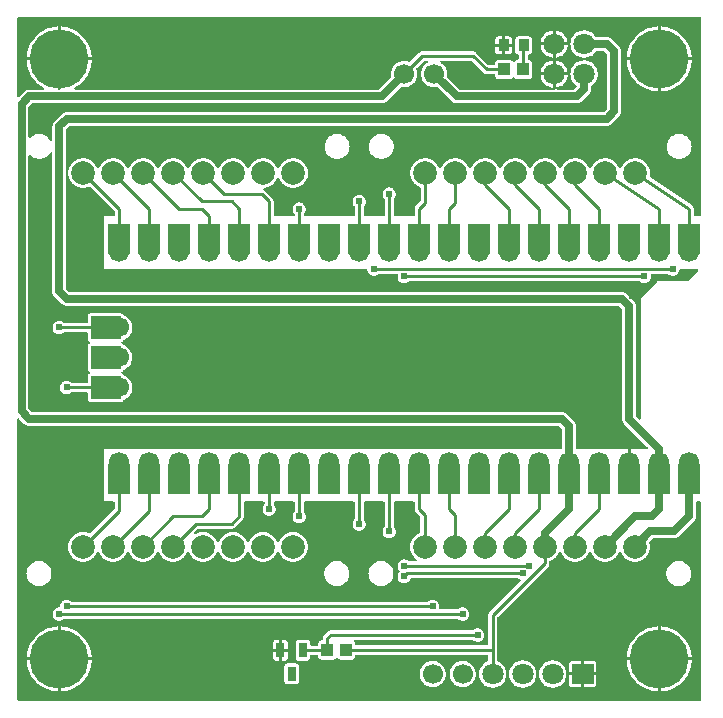
<source format=gtl>
G04 Layer: TopLayer*
G04 EasyEDA v6.5.15, 2022-10-06 20:33:44*
G04 8bfdc35b050240779410f6369308cf52,5a6b42c53f6a479593ecc07194224c93,10*
G04 Gerber Generator version 0.2*
G04 Scale: 100 percent, Rotated: No, Reflected: No *
G04 Dimensions in millimeters *
G04 leading zeros omitted , absolute positions ,4 integer and 5 decimal *
%FSLAX45Y45*%
%MOMM*%

%AMMACRO1*21,1,$1,$2,0,0,$3*%
%ADD10C,0.2540*%
%ADD11C,0.6350*%
%ADD12R,1.0000X1.1000*%
%ADD13R,0.7000X1.2500*%
%ADD14R,0.8999X1.0000*%
%ADD15C,1.8000*%
%ADD16MACRO1,1.8X1.7X0.0000*%
%ADD17C,5.0000*%
%ADD18C,2.0000*%
%ADD19C,1.7000*%
%ADD20C,0.6096*%
%ADD21C,0.0149*%

%LPD*%
G36*
X2207768Y4127500D02*
G01*
X2203856Y4128262D01*
X2200605Y4130497D01*
X2198370Y4133748D01*
X2197608Y4137660D01*
X2197608Y4253992D01*
X2196795Y4262018D01*
X2194610Y4269232D01*
X2191054Y4275937D01*
X2185924Y4282135D01*
X2123135Y4344924D01*
X2116937Y4350054D01*
X2114346Y4351426D01*
X2111044Y4354271D01*
X2109216Y4358233D01*
X2109216Y4362551D01*
X2111044Y4366514D01*
X2114346Y4369358D01*
X2118512Y4370527D01*
X2123389Y4370832D01*
X2138324Y4373575D01*
X2152853Y4378096D01*
X2166721Y4384344D01*
X2179726Y4392218D01*
X2191664Y4401566D01*
X2202434Y4412335D01*
X2211781Y4424273D01*
X2219655Y4437278D01*
X2225954Y4451197D01*
X2228138Y4454398D01*
X2231390Y4456480D01*
X2235200Y4457192D01*
X2239010Y4456480D01*
X2242261Y4454398D01*
X2244445Y4451197D01*
X2250744Y4437278D01*
X2258618Y4424273D01*
X2267966Y4412335D01*
X2278735Y4401566D01*
X2290673Y4392218D01*
X2303678Y4384344D01*
X2317546Y4378096D01*
X2332075Y4373575D01*
X2347010Y4370832D01*
X2362200Y4369917D01*
X2377389Y4370832D01*
X2392324Y4373575D01*
X2406853Y4378096D01*
X2420721Y4384344D01*
X2433726Y4392218D01*
X2445664Y4401566D01*
X2456434Y4412335D01*
X2465781Y4424273D01*
X2473655Y4437278D01*
X2479903Y4451146D01*
X2484424Y4465675D01*
X2487168Y4480610D01*
X2488082Y4495800D01*
X2487168Y4510989D01*
X2484424Y4525924D01*
X2479903Y4540453D01*
X2473655Y4554321D01*
X2465781Y4567326D01*
X2456434Y4579264D01*
X2445664Y4590034D01*
X2433726Y4599381D01*
X2420721Y4607255D01*
X2406853Y4613503D01*
X2392324Y4618024D01*
X2377389Y4620768D01*
X2362200Y4621682D01*
X2347010Y4620768D01*
X2332075Y4618024D01*
X2317546Y4613503D01*
X2303678Y4607255D01*
X2290673Y4599381D01*
X2278735Y4590034D01*
X2267966Y4579264D01*
X2258618Y4567326D01*
X2250744Y4554321D01*
X2244445Y4540402D01*
X2242261Y4537202D01*
X2239010Y4535119D01*
X2235200Y4534408D01*
X2231390Y4535119D01*
X2228138Y4537202D01*
X2225954Y4540402D01*
X2219655Y4554321D01*
X2211781Y4567326D01*
X2202434Y4579264D01*
X2191664Y4590034D01*
X2179726Y4599381D01*
X2166721Y4607255D01*
X2152853Y4613503D01*
X2138324Y4618024D01*
X2123389Y4620768D01*
X2108200Y4621682D01*
X2093010Y4620768D01*
X2078075Y4618024D01*
X2063546Y4613503D01*
X2049678Y4607255D01*
X2036673Y4599381D01*
X2024735Y4590034D01*
X2013966Y4579264D01*
X2004618Y4567326D01*
X1996744Y4554321D01*
X1990445Y4540402D01*
X1988261Y4537202D01*
X1985010Y4535119D01*
X1981200Y4534408D01*
X1977389Y4535119D01*
X1974138Y4537202D01*
X1971954Y4540402D01*
X1965655Y4554321D01*
X1957781Y4567326D01*
X1948434Y4579264D01*
X1937664Y4590034D01*
X1925726Y4599381D01*
X1912721Y4607255D01*
X1898853Y4613503D01*
X1884324Y4618024D01*
X1869389Y4620768D01*
X1854200Y4621682D01*
X1839010Y4620768D01*
X1824075Y4618024D01*
X1809546Y4613503D01*
X1795678Y4607255D01*
X1782673Y4599381D01*
X1770735Y4590034D01*
X1759966Y4579264D01*
X1750618Y4567326D01*
X1742744Y4554321D01*
X1736445Y4540402D01*
X1734261Y4537202D01*
X1731010Y4535119D01*
X1727200Y4534408D01*
X1723389Y4535119D01*
X1720138Y4537202D01*
X1717954Y4540402D01*
X1711655Y4554321D01*
X1703781Y4567326D01*
X1694434Y4579264D01*
X1683664Y4590034D01*
X1671726Y4599381D01*
X1658721Y4607255D01*
X1644853Y4613503D01*
X1630324Y4618024D01*
X1615389Y4620768D01*
X1600200Y4621682D01*
X1585010Y4620768D01*
X1570075Y4618024D01*
X1555546Y4613503D01*
X1541678Y4607255D01*
X1528673Y4599381D01*
X1516735Y4590034D01*
X1505966Y4579264D01*
X1496618Y4567326D01*
X1488744Y4554321D01*
X1482445Y4540402D01*
X1480261Y4537202D01*
X1477010Y4535119D01*
X1473200Y4534408D01*
X1469390Y4535119D01*
X1466138Y4537202D01*
X1463954Y4540402D01*
X1457655Y4554321D01*
X1449781Y4567326D01*
X1440434Y4579264D01*
X1429664Y4590034D01*
X1417726Y4599381D01*
X1404721Y4607255D01*
X1390853Y4613503D01*
X1376324Y4618024D01*
X1361389Y4620768D01*
X1346200Y4621682D01*
X1331010Y4620768D01*
X1316075Y4618024D01*
X1301546Y4613503D01*
X1287678Y4607255D01*
X1274673Y4599381D01*
X1262735Y4590034D01*
X1251966Y4579264D01*
X1242618Y4567326D01*
X1234744Y4554321D01*
X1228445Y4540402D01*
X1226261Y4537202D01*
X1223010Y4535119D01*
X1219200Y4534408D01*
X1215390Y4535119D01*
X1212138Y4537202D01*
X1209954Y4540402D01*
X1203655Y4554321D01*
X1195781Y4567326D01*
X1186434Y4579264D01*
X1175664Y4590034D01*
X1163726Y4599381D01*
X1150721Y4607255D01*
X1136853Y4613503D01*
X1122324Y4618024D01*
X1107389Y4620768D01*
X1092200Y4621682D01*
X1077010Y4620768D01*
X1062075Y4618024D01*
X1047546Y4613503D01*
X1033678Y4607255D01*
X1020673Y4599381D01*
X1008735Y4590034D01*
X997966Y4579264D01*
X988618Y4567326D01*
X980744Y4554321D01*
X974445Y4540402D01*
X972261Y4537202D01*
X969010Y4535119D01*
X965200Y4534408D01*
X961390Y4535119D01*
X958138Y4537202D01*
X955954Y4540402D01*
X949655Y4554321D01*
X941781Y4567326D01*
X932434Y4579264D01*
X921664Y4590034D01*
X909726Y4599381D01*
X896721Y4607255D01*
X882853Y4613503D01*
X868324Y4618024D01*
X853389Y4620768D01*
X838200Y4621682D01*
X823010Y4620768D01*
X808075Y4618024D01*
X793546Y4613503D01*
X779678Y4607255D01*
X766673Y4599381D01*
X754735Y4590034D01*
X743966Y4579264D01*
X734618Y4567326D01*
X726744Y4554321D01*
X720445Y4540402D01*
X718261Y4537202D01*
X715010Y4535119D01*
X711200Y4534408D01*
X707390Y4535119D01*
X704138Y4537202D01*
X701954Y4540402D01*
X695655Y4554321D01*
X687781Y4567326D01*
X678434Y4579264D01*
X667664Y4590034D01*
X655726Y4599381D01*
X642721Y4607255D01*
X628853Y4613503D01*
X614324Y4618024D01*
X599389Y4620768D01*
X584200Y4621682D01*
X569010Y4620768D01*
X554075Y4618024D01*
X539546Y4613503D01*
X525678Y4607255D01*
X512673Y4599381D01*
X500735Y4590034D01*
X489966Y4579264D01*
X480618Y4567326D01*
X472744Y4554321D01*
X466496Y4540453D01*
X461975Y4525924D01*
X459232Y4510989D01*
X458978Y4506518D01*
X457708Y4502251D01*
X454812Y4498949D01*
X450748Y4497171D01*
X446278Y4497273D01*
X442366Y4499305D01*
X439623Y4502810D01*
X438658Y4507128D01*
X438658Y4861407D01*
X439420Y4865319D01*
X441655Y4868570D01*
X465429Y4892344D01*
X468680Y4894580D01*
X472592Y4895342D01*
X5016093Y4895342D01*
X5025999Y4896154D01*
X5035194Y4898491D01*
X5043932Y4902301D01*
X5051958Y4907584D01*
X5057495Y4912461D01*
X5120487Y4975453D01*
X5126888Y4983022D01*
X5131765Y4991201D01*
X5135219Y5000040D01*
X5137200Y5009489D01*
X5137658Y5016804D01*
X5137658Y5524093D01*
X5136845Y5533999D01*
X5134508Y5543194D01*
X5130698Y5551932D01*
X5125415Y5559958D01*
X5120538Y5565495D01*
X5057546Y5628487D01*
X5049977Y5634888D01*
X5041798Y5639765D01*
X5032959Y5643219D01*
X5023510Y5645200D01*
X5016195Y5645658D01*
X4931968Y5645658D01*
X4928616Y5646216D01*
X4925669Y5647842D01*
X4923383Y5650382D01*
X4919776Y5656122D01*
X4910480Y5667349D01*
X4899863Y5677306D01*
X4888077Y5685840D01*
X4875326Y5692851D01*
X4861814Y5698236D01*
X4847691Y5701842D01*
X4833264Y5703671D01*
X4818735Y5703671D01*
X4804308Y5701842D01*
X4790186Y5698236D01*
X4776673Y5692851D01*
X4763922Y5685840D01*
X4752136Y5677306D01*
X4741519Y5667349D01*
X4732223Y5656122D01*
X4724450Y5643829D01*
X4718253Y5630672D01*
X4713732Y5616803D01*
X4711039Y5602528D01*
X4710125Y5588000D01*
X4711039Y5573471D01*
X4713732Y5559196D01*
X4718253Y5545328D01*
X4724450Y5532170D01*
X4732223Y5519877D01*
X4741519Y5508650D01*
X4752136Y5498693D01*
X4763922Y5490159D01*
X4776673Y5483148D01*
X4790186Y5477764D01*
X4804308Y5474157D01*
X4818735Y5472328D01*
X4833264Y5472328D01*
X4847691Y5474157D01*
X4861814Y5477764D01*
X4875326Y5483148D01*
X4888077Y5490159D01*
X4899863Y5498693D01*
X4910480Y5508650D01*
X4919776Y5519877D01*
X4923383Y5525617D01*
X4925669Y5528157D01*
X4928616Y5529783D01*
X4931968Y5530342D01*
X4988407Y5530342D01*
X4992319Y5529580D01*
X4995570Y5527344D01*
X5019344Y5503570D01*
X5021580Y5500319D01*
X5022342Y5496407D01*
X5022342Y5044592D01*
X5021580Y5040680D01*
X5019344Y5037429D01*
X4995570Y5013655D01*
X4992319Y5011420D01*
X4988407Y5010658D01*
X444906Y5010658D01*
X435000Y5009845D01*
X425805Y5007508D01*
X417068Y5003698D01*
X409041Y4998415D01*
X403504Y4993538D01*
X340512Y4930546D01*
X334111Y4922977D01*
X329234Y4914798D01*
X325780Y4905959D01*
X323799Y4896510D01*
X323342Y4889195D01*
X323342Y4778705D01*
X322427Y4774488D01*
X319887Y4771034D01*
X316128Y4768951D01*
X311861Y4768596D01*
X307797Y4770069D01*
X304749Y4773066D01*
X296621Y4785258D01*
X287477Y4795672D01*
X277063Y4804816D01*
X265531Y4812487D01*
X253136Y4818634D01*
X239979Y4823053D01*
X226415Y4825796D01*
X212598Y4826660D01*
X198780Y4825796D01*
X185216Y4823053D01*
X172059Y4818634D01*
X159664Y4812487D01*
X148132Y4804816D01*
X138023Y4795926D01*
X134670Y4793996D01*
X130860Y4793386D01*
X127101Y4794300D01*
X124002Y4796536D01*
X121869Y4799787D01*
X121158Y4803546D01*
X121158Y5051907D01*
X121920Y5055819D01*
X124155Y5059070D01*
X147929Y5082844D01*
X151180Y5085080D01*
X155092Y5085842D01*
X3111093Y5085842D01*
X3120999Y5086654D01*
X3130194Y5088991D01*
X3138932Y5092801D01*
X3146958Y5098084D01*
X3152495Y5102961D01*
X3272028Y5222494D01*
X3274618Y5224373D01*
X3277615Y5225338D01*
X3280816Y5225338D01*
X3291332Y5223611D01*
X3305556Y5223154D01*
X3319678Y5224526D01*
X3333546Y5227675D01*
X3346907Y5232603D01*
X3359505Y5239156D01*
X3371138Y5247284D01*
X3381654Y5256834D01*
X3390849Y5267655D01*
X3398621Y5279593D01*
X3404768Y5292394D01*
X3409238Y5305856D01*
X3411982Y5319826D01*
X3412896Y5334000D01*
X3411982Y5348173D01*
X3409238Y5362143D01*
X3405124Y5374589D01*
X3404615Y5378297D01*
X3405479Y5381904D01*
X3407562Y5385003D01*
X3467404Y5444794D01*
X3470706Y5447030D01*
X3474618Y5447792D01*
X3493871Y5447792D01*
X3498138Y5446877D01*
X3501644Y5444236D01*
X3503676Y5440375D01*
X3503929Y5436006D01*
X3502304Y5431942D01*
X3499154Y5428945D01*
X3492550Y5424932D01*
X3481425Y5416092D01*
X3471570Y5405882D01*
X3463086Y5394502D01*
X3456076Y5382107D01*
X3450742Y5368950D01*
X3447135Y5355183D01*
X3445357Y5341112D01*
X3445357Y5326888D01*
X3447135Y5312816D01*
X3450742Y5299049D01*
X3456076Y5285892D01*
X3463086Y5273497D01*
X3471570Y5262118D01*
X3481425Y5251907D01*
X3492550Y5243068D01*
X3504692Y5235702D01*
X3517696Y5229910D01*
X3531311Y5225897D01*
X3545332Y5223611D01*
X3559556Y5223154D01*
X3573678Y5224526D01*
X3576574Y5225186D01*
X3579926Y5225389D01*
X3583228Y5224424D01*
X3585972Y5222443D01*
X3705453Y5103012D01*
X3713022Y5096611D01*
X3721201Y5091734D01*
X3730040Y5088280D01*
X3739489Y5086299D01*
X3746804Y5085842D01*
X4762093Y5085842D01*
X4771999Y5086654D01*
X4781194Y5088991D01*
X4789932Y5092801D01*
X4797958Y5098084D01*
X4803495Y5102961D01*
X4866487Y5165953D01*
X4872888Y5173522D01*
X4877765Y5181701D01*
X4881219Y5190540D01*
X4883200Y5199989D01*
X4883658Y5207304D01*
X4883658Y5227726D01*
X4884166Y5230876D01*
X4885588Y5233720D01*
X4887823Y5235956D01*
X4899863Y5244693D01*
X4910480Y5254650D01*
X4919776Y5265877D01*
X4927549Y5278170D01*
X4933746Y5291328D01*
X4938268Y5305196D01*
X4940960Y5319471D01*
X4941874Y5334000D01*
X4940960Y5348528D01*
X4938268Y5362803D01*
X4933746Y5376672D01*
X4927549Y5389829D01*
X4919776Y5402122D01*
X4910480Y5413349D01*
X4899863Y5423306D01*
X4888077Y5431840D01*
X4875326Y5438851D01*
X4861814Y5444236D01*
X4847691Y5447842D01*
X4833264Y5449671D01*
X4818735Y5449671D01*
X4804308Y5447842D01*
X4790186Y5444236D01*
X4776673Y5438851D01*
X4763922Y5431840D01*
X4752136Y5423306D01*
X4741519Y5413349D01*
X4732223Y5402122D01*
X4724450Y5389829D01*
X4718253Y5376672D01*
X4713732Y5362803D01*
X4711039Y5348528D01*
X4710125Y5334000D01*
X4711039Y5319471D01*
X4713732Y5305196D01*
X4718253Y5291328D01*
X4724450Y5278170D01*
X4732223Y5265877D01*
X4741519Y5254650D01*
X4752136Y5244693D01*
X4759909Y5239054D01*
X4762804Y5235803D01*
X4764074Y5231638D01*
X4763465Y5227320D01*
X4761128Y5223662D01*
X4741570Y5204155D01*
X4738319Y5201920D01*
X4734407Y5201158D01*
X4600092Y5201158D01*
X4596028Y5202021D01*
X4592624Y5204409D01*
X4590491Y5208016D01*
X4589983Y5212130D01*
X4591151Y5216144D01*
X4593844Y5219293D01*
X4597603Y5221173D01*
X4607814Y5223764D01*
X4621326Y5229148D01*
X4634077Y5236159D01*
X4645863Y5244693D01*
X4656480Y5254650D01*
X4665776Y5265877D01*
X4673549Y5278170D01*
X4679746Y5291328D01*
X4684268Y5305196D01*
X4686960Y5319471D01*
X4687112Y5321300D01*
X4584700Y5321300D01*
X4584700Y5211318D01*
X4583938Y5207406D01*
X4581702Y5204155D01*
X4578451Y5201920D01*
X4574540Y5201158D01*
X4569460Y5201158D01*
X4565548Y5201920D01*
X4562297Y5204155D01*
X4560062Y5207406D01*
X4559300Y5211318D01*
X4559300Y5321300D01*
X4456887Y5321300D01*
X4457039Y5319471D01*
X4459732Y5305196D01*
X4464253Y5291328D01*
X4470450Y5278170D01*
X4478223Y5265877D01*
X4487519Y5254650D01*
X4498136Y5244693D01*
X4509922Y5236159D01*
X4522673Y5229148D01*
X4536186Y5223764D01*
X4546396Y5221173D01*
X4550156Y5219293D01*
X4552848Y5216144D01*
X4554016Y5212130D01*
X4553508Y5208016D01*
X4551375Y5204409D01*
X4547971Y5202021D01*
X4543907Y5201158D01*
X3774592Y5201158D01*
X3770680Y5201920D01*
X3767429Y5204155D01*
X3667455Y5304078D01*
X3665575Y5306720D01*
X3664610Y5309920D01*
X3664661Y5313172D01*
X3665982Y5319826D01*
X3666896Y5334000D01*
X3665982Y5348173D01*
X3663238Y5362143D01*
X3658768Y5375605D01*
X3652621Y5388406D01*
X3644849Y5400344D01*
X3635654Y5411165D01*
X3625138Y5420664D01*
X3612743Y5429300D01*
X3609848Y5432399D01*
X3608476Y5436412D01*
X3608882Y5440680D01*
X3610965Y5444388D01*
X3614420Y5446877D01*
X3618585Y5447792D01*
X3865981Y5447792D01*
X3869893Y5447030D01*
X3873195Y5444794D01*
X3972864Y5345176D01*
X3979062Y5340045D01*
X3985768Y5336489D01*
X3992981Y5334304D01*
X4001008Y5333492D01*
X4063034Y5333492D01*
X4066946Y5332730D01*
X4070197Y5330494D01*
X4072432Y5327243D01*
X4073194Y5323332D01*
X4073194Y5317693D01*
X4073906Y5311343D01*
X4075836Y5305907D01*
X4078884Y5300980D01*
X4082999Y5296916D01*
X4087876Y5293817D01*
X4093362Y5291886D01*
X4099661Y5291175D01*
X4198518Y5291175D01*
X4204868Y5291886D01*
X4210304Y5293817D01*
X4215231Y5296916D01*
X4219295Y5300980D01*
X4220514Y5302859D01*
X4223308Y5305806D01*
X4227068Y5307431D01*
X4231132Y5307431D01*
X4234891Y5305806D01*
X4237685Y5302859D01*
X4238904Y5300980D01*
X4242968Y5296916D01*
X4247896Y5293817D01*
X4253331Y5291886D01*
X4259681Y5291175D01*
X4358538Y5291175D01*
X4364837Y5291886D01*
X4370324Y5293817D01*
X4375200Y5296916D01*
X4379315Y5300980D01*
X4382363Y5305907D01*
X4384294Y5311343D01*
X4385005Y5317693D01*
X4385005Y5426506D01*
X4384294Y5432856D01*
X4382363Y5438292D01*
X4379315Y5443220D01*
X4375200Y5447284D01*
X4370324Y5450382D01*
X4364939Y5452262D01*
X4356862Y5453075D01*
X4353306Y5454091D01*
X4350308Y5456326D01*
X4348378Y5459526D01*
X4347667Y5463184D01*
X4347667Y5489244D01*
X4348378Y5492902D01*
X4350308Y5496052D01*
X4353306Y5498287D01*
X4356862Y5499354D01*
X4364888Y5500116D01*
X4370324Y5501995D01*
X4375200Y5505094D01*
X4379315Y5509158D01*
X4382363Y5514086D01*
X4384294Y5519521D01*
X4385005Y5525871D01*
X4385005Y5624728D01*
X4384294Y5631027D01*
X4382363Y5636514D01*
X4379315Y5641390D01*
X4375200Y5645505D01*
X4370324Y5648604D01*
X4364837Y5650484D01*
X4358538Y5651195D01*
X4269689Y5651195D01*
X4263339Y5650484D01*
X4257903Y5648604D01*
X4252976Y5645505D01*
X4248912Y5641390D01*
X4245813Y5636514D01*
X4243882Y5631027D01*
X4243171Y5624728D01*
X4243171Y5525871D01*
X4243882Y5519521D01*
X4245813Y5514086D01*
X4248912Y5509158D01*
X4252976Y5505094D01*
X4257903Y5501995D01*
X4263694Y5499963D01*
X4267200Y5497830D01*
X4269638Y5494477D01*
X4270451Y5490413D01*
X4270451Y5463184D01*
X4269790Y5459526D01*
X4267860Y5456326D01*
X4264863Y5454091D01*
X4261307Y5453075D01*
X4253280Y5452262D01*
X4247896Y5450382D01*
X4242968Y5447284D01*
X4238904Y5443220D01*
X4237685Y5441340D01*
X4234891Y5438394D01*
X4231132Y5436768D01*
X4227068Y5436768D01*
X4223308Y5438394D01*
X4220514Y5441340D01*
X4219295Y5443220D01*
X4215231Y5447284D01*
X4210304Y5450382D01*
X4204868Y5452313D01*
X4198518Y5453024D01*
X4099661Y5453024D01*
X4093362Y5452313D01*
X4087876Y5450382D01*
X4082999Y5447284D01*
X4078884Y5443220D01*
X4075836Y5438292D01*
X4073906Y5432856D01*
X4073194Y5426506D01*
X4073194Y5420868D01*
X4072432Y5416956D01*
X4070197Y5413705D01*
X4066946Y5411470D01*
X4063034Y5410708D01*
X4020718Y5410708D01*
X4016806Y5411470D01*
X4013504Y5413705D01*
X3913835Y5513324D01*
X3907637Y5518454D01*
X3900932Y5522010D01*
X3893718Y5524195D01*
X3885692Y5525008D01*
X3454908Y5525008D01*
X3446881Y5524195D01*
X3439668Y5522010D01*
X3432962Y5518454D01*
X3426764Y5513324D01*
X3352901Y5439460D01*
X3349701Y5437327D01*
X3345942Y5436514D01*
X3342182Y5437124D01*
X3333546Y5440324D01*
X3319678Y5443474D01*
X3305556Y5444845D01*
X3291332Y5444388D01*
X3277311Y5442102D01*
X3263696Y5438038D01*
X3250692Y5432298D01*
X3238550Y5424932D01*
X3227425Y5416092D01*
X3217570Y5405882D01*
X3209086Y5394502D01*
X3202076Y5382107D01*
X3196742Y5368950D01*
X3193135Y5355183D01*
X3191357Y5341112D01*
X3191357Y5326888D01*
X3193237Y5312359D01*
X3193135Y5309260D01*
X3192170Y5306364D01*
X3190341Y5303875D01*
X3090570Y5204155D01*
X3087319Y5201920D01*
X3083407Y5201158D01*
X520141Y5201158D01*
X515874Y5202123D01*
X512368Y5204764D01*
X510336Y5208676D01*
X510184Y5213096D01*
X511860Y5217160D01*
X515061Y5220106D01*
X528828Y5228031D01*
X547827Y5241239D01*
X565607Y5255971D01*
X582117Y5272125D01*
X597204Y5289600D01*
X610819Y5308295D01*
X622757Y5328107D01*
X633018Y5348782D01*
X641553Y5370271D01*
X648208Y5392369D01*
X653034Y5414975D01*
X655929Y5437936D01*
X656336Y5448300D01*
X393700Y5448300D01*
X393700Y5211318D01*
X392938Y5207406D01*
X390702Y5204155D01*
X387400Y5201920D01*
X383540Y5201158D01*
X378460Y5201158D01*
X374548Y5201920D01*
X371246Y5204155D01*
X369062Y5207406D01*
X368300Y5211318D01*
X368300Y5448300D01*
X105410Y5448300D01*
X107289Y5426405D01*
X111150Y5403646D01*
X116890Y5381244D01*
X124460Y5359450D01*
X133858Y5338318D01*
X144983Y5318099D01*
X157784Y5298846D01*
X172161Y5280710D01*
X187960Y5263896D01*
X205130Y5248402D01*
X223520Y5234432D01*
X243027Y5222087D01*
X246379Y5220309D01*
X249783Y5217414D01*
X251612Y5213350D01*
X251561Y5208879D01*
X249529Y5204917D01*
X246024Y5202123D01*
X241655Y5201158D01*
X127406Y5201158D01*
X117500Y5200345D01*
X108305Y5198008D01*
X99568Y5194198D01*
X91541Y5188915D01*
X86004Y5184038D01*
X43230Y5141315D01*
X39979Y5139080D01*
X36068Y5138318D01*
X32156Y5139080D01*
X28905Y5141315D01*
X26670Y5144566D01*
X25908Y5148478D01*
X25908Y5805932D01*
X26670Y5809843D01*
X28905Y5813094D01*
X32156Y5815330D01*
X36068Y5816092D01*
X5805932Y5816092D01*
X5809843Y5815330D01*
X5813094Y5813094D01*
X5815330Y5809843D01*
X5816092Y5805932D01*
X5816092Y4137660D01*
X5815330Y4133748D01*
X5813094Y4130497D01*
X5809843Y4128262D01*
X5805932Y4127500D01*
X5763768Y4127500D01*
X5759856Y4128262D01*
X5756605Y4130497D01*
X5754370Y4133748D01*
X5753608Y4137660D01*
X5753608Y4190492D01*
X5752795Y4198518D01*
X5750610Y4205732D01*
X5747054Y4212437D01*
X5742279Y4218279D01*
X5736031Y4223359D01*
X5384800Y4457547D01*
X5382006Y4460290D01*
X5380482Y4463897D01*
X5380431Y4467809D01*
X5382768Y4480610D01*
X5383682Y4495800D01*
X5382768Y4510989D01*
X5380024Y4525924D01*
X5375503Y4540453D01*
X5369255Y4554321D01*
X5361381Y4567326D01*
X5352034Y4579264D01*
X5341264Y4590034D01*
X5329326Y4599381D01*
X5316321Y4607255D01*
X5302453Y4613503D01*
X5287924Y4618024D01*
X5272989Y4620768D01*
X5257800Y4621682D01*
X5242610Y4620768D01*
X5227675Y4618024D01*
X5213146Y4613503D01*
X5199278Y4607255D01*
X5186273Y4599381D01*
X5174335Y4590034D01*
X5163566Y4579264D01*
X5154218Y4567326D01*
X5146344Y4554321D01*
X5140045Y4540402D01*
X5137861Y4537202D01*
X5134610Y4535119D01*
X5130800Y4534408D01*
X5126990Y4535119D01*
X5123738Y4537202D01*
X5121554Y4540402D01*
X5115255Y4554321D01*
X5107381Y4567326D01*
X5098034Y4579264D01*
X5087264Y4590034D01*
X5075326Y4599381D01*
X5062321Y4607255D01*
X5048453Y4613503D01*
X5033924Y4618024D01*
X5018989Y4620768D01*
X5003800Y4621682D01*
X4988610Y4620768D01*
X4973675Y4618024D01*
X4959146Y4613503D01*
X4945278Y4607255D01*
X4932273Y4599381D01*
X4920335Y4590034D01*
X4909566Y4579264D01*
X4900218Y4567326D01*
X4892344Y4554321D01*
X4886045Y4540402D01*
X4883861Y4537202D01*
X4880610Y4535119D01*
X4876800Y4534408D01*
X4872990Y4535119D01*
X4869738Y4537202D01*
X4867554Y4540402D01*
X4861255Y4554321D01*
X4853381Y4567326D01*
X4844034Y4579264D01*
X4833264Y4590034D01*
X4821326Y4599381D01*
X4808321Y4607255D01*
X4794453Y4613503D01*
X4779924Y4618024D01*
X4764989Y4620768D01*
X4749800Y4621682D01*
X4734610Y4620768D01*
X4719675Y4618024D01*
X4705146Y4613503D01*
X4691278Y4607255D01*
X4678273Y4599381D01*
X4666335Y4590034D01*
X4655566Y4579264D01*
X4646218Y4567326D01*
X4638344Y4554321D01*
X4632045Y4540402D01*
X4629861Y4537202D01*
X4626610Y4535119D01*
X4622800Y4534408D01*
X4618990Y4535119D01*
X4615738Y4537202D01*
X4613554Y4540402D01*
X4607255Y4554321D01*
X4599381Y4567326D01*
X4590034Y4579264D01*
X4579264Y4590034D01*
X4567326Y4599381D01*
X4554321Y4607255D01*
X4540453Y4613503D01*
X4525924Y4618024D01*
X4510989Y4620768D01*
X4495800Y4621682D01*
X4480610Y4620768D01*
X4465675Y4618024D01*
X4451146Y4613503D01*
X4437278Y4607255D01*
X4424273Y4599381D01*
X4412335Y4590034D01*
X4401566Y4579264D01*
X4392218Y4567326D01*
X4384344Y4554321D01*
X4378045Y4540402D01*
X4375861Y4537202D01*
X4372610Y4535119D01*
X4368800Y4534408D01*
X4364990Y4535119D01*
X4361738Y4537202D01*
X4359554Y4540402D01*
X4353255Y4554321D01*
X4345381Y4567326D01*
X4336034Y4579264D01*
X4325264Y4590034D01*
X4313326Y4599381D01*
X4300321Y4607255D01*
X4286453Y4613503D01*
X4271924Y4618024D01*
X4256989Y4620768D01*
X4241800Y4621682D01*
X4226610Y4620768D01*
X4211675Y4618024D01*
X4197146Y4613503D01*
X4183278Y4607255D01*
X4170273Y4599381D01*
X4158335Y4590034D01*
X4147565Y4579264D01*
X4138218Y4567326D01*
X4130344Y4554321D01*
X4124045Y4540402D01*
X4121861Y4537202D01*
X4118610Y4535119D01*
X4114800Y4534408D01*
X4110990Y4535119D01*
X4107738Y4537202D01*
X4105554Y4540402D01*
X4099255Y4554321D01*
X4091381Y4567326D01*
X4082034Y4579264D01*
X4071264Y4590034D01*
X4059326Y4599381D01*
X4046321Y4607255D01*
X4032453Y4613503D01*
X4017924Y4618024D01*
X4002989Y4620768D01*
X3987800Y4621682D01*
X3972610Y4620768D01*
X3957675Y4618024D01*
X3943146Y4613503D01*
X3929278Y4607255D01*
X3916273Y4599381D01*
X3904335Y4590034D01*
X3893565Y4579264D01*
X3884218Y4567326D01*
X3876344Y4554321D01*
X3870045Y4540402D01*
X3867861Y4537202D01*
X3864610Y4535119D01*
X3860800Y4534408D01*
X3856990Y4535119D01*
X3853738Y4537202D01*
X3851554Y4540402D01*
X3845255Y4554321D01*
X3837381Y4567326D01*
X3828034Y4579264D01*
X3817264Y4590034D01*
X3805326Y4599381D01*
X3792321Y4607255D01*
X3778453Y4613503D01*
X3763924Y4618024D01*
X3748989Y4620768D01*
X3733800Y4621682D01*
X3718610Y4620768D01*
X3703675Y4618024D01*
X3689146Y4613503D01*
X3675278Y4607255D01*
X3662273Y4599381D01*
X3650335Y4590034D01*
X3639565Y4579264D01*
X3630218Y4567326D01*
X3622344Y4554321D01*
X3616045Y4540402D01*
X3613861Y4537202D01*
X3610610Y4535119D01*
X3606800Y4534408D01*
X3602990Y4535119D01*
X3599738Y4537202D01*
X3597554Y4540402D01*
X3591255Y4554321D01*
X3583381Y4567326D01*
X3574034Y4579264D01*
X3563264Y4590034D01*
X3551326Y4599381D01*
X3538321Y4607255D01*
X3524453Y4613503D01*
X3509924Y4618024D01*
X3494989Y4620768D01*
X3479800Y4621682D01*
X3464610Y4620768D01*
X3449675Y4618024D01*
X3435146Y4613503D01*
X3421278Y4607255D01*
X3408273Y4599381D01*
X3396335Y4590034D01*
X3385565Y4579264D01*
X3376218Y4567326D01*
X3368344Y4554321D01*
X3362096Y4540453D01*
X3357575Y4525924D01*
X3354832Y4510989D01*
X3353917Y4495800D01*
X3354832Y4480610D01*
X3357575Y4465675D01*
X3362096Y4451146D01*
X3368344Y4437278D01*
X3376218Y4424273D01*
X3385565Y4412335D01*
X3396335Y4401566D01*
X3408273Y4392218D01*
X3421278Y4384344D01*
X3435197Y4378096D01*
X3438347Y4375861D01*
X3440480Y4372610D01*
X3441192Y4368800D01*
X3441192Y4262018D01*
X3440429Y4258106D01*
X3438194Y4254804D01*
X3402076Y4218635D01*
X3396945Y4212437D01*
X3393389Y4205732D01*
X3391204Y4198518D01*
X3390392Y4190492D01*
X3390392Y4137660D01*
X3389629Y4133748D01*
X3387394Y4130497D01*
X3384143Y4128262D01*
X3380232Y4127500D01*
X3223768Y4127500D01*
X3219856Y4128262D01*
X3216605Y4130497D01*
X3214370Y4133748D01*
X3213608Y4137660D01*
X3213608Y4272991D01*
X3214370Y4276902D01*
X3216605Y4280204D01*
X3218180Y4281779D01*
X3223818Y4289806D01*
X3227933Y4298746D01*
X3230473Y4308195D01*
X3231337Y4318000D01*
X3230473Y4327804D01*
X3227933Y4337253D01*
X3223818Y4346194D01*
X3218180Y4354220D01*
X3211220Y4361180D01*
X3203194Y4366818D01*
X3194253Y4370933D01*
X3184804Y4373473D01*
X3175000Y4374337D01*
X3165195Y4373473D01*
X3155746Y4370933D01*
X3146806Y4366818D01*
X3138779Y4361180D01*
X3131820Y4354220D01*
X3126181Y4346194D01*
X3122066Y4337253D01*
X3119526Y4327804D01*
X3118662Y4318000D01*
X3119526Y4308195D01*
X3122066Y4298746D01*
X3126181Y4289806D01*
X3131820Y4281779D01*
X3133394Y4280204D01*
X3135630Y4276902D01*
X3136392Y4272991D01*
X3136392Y4137660D01*
X3135630Y4133748D01*
X3133394Y4130497D01*
X3130143Y4128262D01*
X3126232Y4127500D01*
X2969768Y4127500D01*
X2965856Y4128262D01*
X2962605Y4130497D01*
X2960370Y4133748D01*
X2959608Y4137660D01*
X2959608Y4209491D01*
X2960370Y4213402D01*
X2962605Y4216704D01*
X2964180Y4218279D01*
X2969818Y4226306D01*
X2973933Y4235246D01*
X2976473Y4244695D01*
X2977337Y4254500D01*
X2976473Y4264304D01*
X2973933Y4273753D01*
X2969818Y4282694D01*
X2964180Y4290720D01*
X2957220Y4297680D01*
X2949194Y4303318D01*
X2940253Y4307433D01*
X2930804Y4309973D01*
X2921000Y4310837D01*
X2911195Y4309973D01*
X2901746Y4307433D01*
X2892806Y4303318D01*
X2884779Y4297680D01*
X2877820Y4290720D01*
X2872181Y4282694D01*
X2868066Y4273753D01*
X2865526Y4264304D01*
X2864662Y4254500D01*
X2865526Y4244695D01*
X2868066Y4235246D01*
X2872181Y4226306D01*
X2877820Y4218279D01*
X2879394Y4216704D01*
X2881630Y4213402D01*
X2882392Y4209491D01*
X2882392Y4137660D01*
X2881630Y4133748D01*
X2879394Y4130497D01*
X2876143Y4128262D01*
X2872232Y4127500D01*
X2461768Y4127500D01*
X2457856Y4128262D01*
X2454605Y4130497D01*
X2452370Y4133748D01*
X2451608Y4137660D01*
X2451608Y4145991D01*
X2452370Y4149902D01*
X2454605Y4153204D01*
X2456180Y4154779D01*
X2461818Y4162806D01*
X2465933Y4171746D01*
X2468473Y4181195D01*
X2469337Y4191000D01*
X2468473Y4200804D01*
X2465933Y4210253D01*
X2461818Y4219194D01*
X2456180Y4227220D01*
X2449220Y4234180D01*
X2441194Y4239818D01*
X2432253Y4243933D01*
X2422804Y4246473D01*
X2413000Y4247337D01*
X2403195Y4246473D01*
X2393746Y4243933D01*
X2384806Y4239818D01*
X2376779Y4234180D01*
X2369820Y4227220D01*
X2364181Y4219194D01*
X2360066Y4210253D01*
X2357526Y4200804D01*
X2356662Y4191000D01*
X2357526Y4181195D01*
X2360066Y4171746D01*
X2364181Y4162806D01*
X2369820Y4154779D01*
X2371394Y4153204D01*
X2373630Y4149902D01*
X2374392Y4145991D01*
X2374392Y4137660D01*
X2373630Y4133748D01*
X2371394Y4130497D01*
X2368143Y4128262D01*
X2364232Y4127500D01*
G37*

%LPC*%
G36*
X393700Y5473700D02*
G01*
X656336Y5473700D01*
X655929Y5484063D01*
X653034Y5507024D01*
X648208Y5529630D01*
X641553Y5551728D01*
X633018Y5573217D01*
X622757Y5593892D01*
X610819Y5613704D01*
X597204Y5632348D01*
X582117Y5649874D01*
X565607Y5666028D01*
X547827Y5680760D01*
X528828Y5693968D01*
X508812Y5705500D01*
X487934Y5715355D01*
X466242Y5723382D01*
X443992Y5729630D01*
X421284Y5733948D01*
X398322Y5736336D01*
X393700Y5736437D01*
G37*
G36*
X4559300Y5473039D02*
G01*
X4559300Y5575300D01*
X4456887Y5575300D01*
X4457039Y5573471D01*
X4459732Y5559196D01*
X4464253Y5545328D01*
X4470450Y5532170D01*
X4478223Y5519877D01*
X4487519Y5508650D01*
X4498136Y5498693D01*
X4509922Y5490159D01*
X4522673Y5483148D01*
X4536186Y5477764D01*
X4550308Y5474157D01*
G37*
G36*
X4156811Y5588000D02*
G01*
X4214977Y5588000D01*
X4214977Y5624728D01*
X4214266Y5631027D01*
X4212386Y5636514D01*
X4209288Y5641390D01*
X4205224Y5645505D01*
X4200296Y5648604D01*
X4194860Y5650484D01*
X4188510Y5651195D01*
X4156811Y5651195D01*
G37*
G36*
X4073194Y5588000D02*
G01*
X4131411Y5588000D01*
X4131411Y5651195D01*
X4099661Y5651195D01*
X4093362Y5650484D01*
X4087876Y5648604D01*
X4082999Y5645505D01*
X4078884Y5641390D01*
X4075785Y5636514D01*
X4073906Y5631027D01*
X4073194Y5624728D01*
G37*
G36*
X4099661Y5499404D02*
G01*
X4131411Y5499404D01*
X4131411Y5562600D01*
X4073194Y5562600D01*
X4073194Y5525871D01*
X4073906Y5519521D01*
X4075785Y5514086D01*
X4078884Y5509158D01*
X4082999Y5505094D01*
X4087876Y5501995D01*
X4093362Y5500116D01*
G37*
G36*
X4456887Y5600700D02*
G01*
X4559300Y5600700D01*
X4559300Y5702960D01*
X4550308Y5701842D01*
X4536186Y5698236D01*
X4522673Y5692851D01*
X4509922Y5685840D01*
X4498136Y5677306D01*
X4487519Y5667349D01*
X4478223Y5656122D01*
X4470450Y5643829D01*
X4464253Y5630672D01*
X4459732Y5616803D01*
X4457039Y5602528D01*
G37*
G36*
X4584700Y5473039D02*
G01*
X4593691Y5474157D01*
X4607814Y5477764D01*
X4621326Y5483148D01*
X4634077Y5490159D01*
X4645863Y5498693D01*
X4656480Y5508650D01*
X4665776Y5519877D01*
X4673549Y5532170D01*
X4679746Y5545328D01*
X4684268Y5559196D01*
X4686960Y5573471D01*
X4687112Y5575300D01*
X4584700Y5575300D01*
G37*
G36*
X4584700Y5346700D02*
G01*
X4687112Y5346700D01*
X4686960Y5348528D01*
X4684268Y5362803D01*
X4679746Y5376672D01*
X4673549Y5389829D01*
X4665776Y5402122D01*
X4656480Y5413349D01*
X4645863Y5423306D01*
X4634077Y5431840D01*
X4621326Y5438851D01*
X4607814Y5444236D01*
X4593691Y5447842D01*
X4584700Y5448960D01*
G37*
G36*
X4456887Y5346700D02*
G01*
X4559300Y5346700D01*
X4559300Y5448960D01*
X4550308Y5447842D01*
X4536186Y5444236D01*
X4522673Y5438851D01*
X4509922Y5431840D01*
X4498136Y5423306D01*
X4487519Y5413349D01*
X4478223Y5402122D01*
X4470450Y5389829D01*
X4464253Y5376672D01*
X4459732Y5362803D01*
X4457039Y5348528D01*
G37*
G36*
X5448300Y5185613D02*
G01*
X5448300Y5448300D01*
X5185410Y5448300D01*
X5187289Y5426405D01*
X5191150Y5403646D01*
X5196890Y5381244D01*
X5204460Y5359450D01*
X5213858Y5338318D01*
X5224983Y5318099D01*
X5237784Y5298846D01*
X5252161Y5280710D01*
X5267960Y5263896D01*
X5285130Y5248402D01*
X5303520Y5234432D01*
X5323027Y5222087D01*
X5343499Y5211368D01*
X5364835Y5202428D01*
X5386781Y5195265D01*
X5409285Y5189982D01*
X5432145Y5186629D01*
G37*
G36*
X5473700Y5185562D02*
G01*
X5478322Y5185664D01*
X5501284Y5188051D01*
X5523992Y5192369D01*
X5546242Y5198618D01*
X5567934Y5206644D01*
X5588812Y5216499D01*
X5608828Y5228031D01*
X5627827Y5241239D01*
X5645607Y5255971D01*
X5662117Y5272125D01*
X5677204Y5289600D01*
X5690819Y5308295D01*
X5702757Y5328107D01*
X5713018Y5348782D01*
X5721553Y5370271D01*
X5728208Y5392369D01*
X5733034Y5414975D01*
X5735929Y5437936D01*
X5736336Y5448300D01*
X5473700Y5448300D01*
G37*
G36*
X2733802Y4614926D02*
G01*
X2747619Y4615789D01*
X2761183Y4618532D01*
X2774340Y4622952D01*
X2786735Y4629099D01*
X2798267Y4636770D01*
X2808681Y4645914D01*
X2817825Y4656328D01*
X2825496Y4667859D01*
X2831642Y4680254D01*
X2836062Y4693412D01*
X2838805Y4706975D01*
X2839669Y4720793D01*
X2838805Y4734610D01*
X2836062Y4748174D01*
X2831642Y4761331D01*
X2825496Y4773726D01*
X2817825Y4785258D01*
X2808681Y4795672D01*
X2798267Y4804816D01*
X2786735Y4812487D01*
X2774340Y4818634D01*
X2761183Y4823053D01*
X2747619Y4825796D01*
X2733802Y4826660D01*
X2719984Y4825796D01*
X2706420Y4823053D01*
X2693263Y4818634D01*
X2680868Y4812487D01*
X2669336Y4804816D01*
X2658922Y4795672D01*
X2649778Y4785258D01*
X2642108Y4773726D01*
X2635961Y4761331D01*
X2631541Y4748174D01*
X2628798Y4734610D01*
X2627934Y4720793D01*
X2628798Y4706975D01*
X2631541Y4693412D01*
X2635961Y4680254D01*
X2642108Y4667859D01*
X2649778Y4656328D01*
X2658922Y4645914D01*
X2669336Y4636770D01*
X2680868Y4629099D01*
X2693263Y4622952D01*
X2706420Y4618532D01*
X2719984Y4615789D01*
G37*
G36*
X5629402Y4614926D02*
G01*
X5643219Y4615789D01*
X5656783Y4618532D01*
X5669940Y4622952D01*
X5682335Y4629099D01*
X5693867Y4636770D01*
X5704281Y4645914D01*
X5713425Y4656328D01*
X5721096Y4667859D01*
X5727242Y4680254D01*
X5731662Y4693412D01*
X5734405Y4706975D01*
X5735269Y4720793D01*
X5734405Y4734610D01*
X5731662Y4748174D01*
X5727242Y4761331D01*
X5721096Y4773726D01*
X5713425Y4785258D01*
X5704281Y4795672D01*
X5693867Y4804816D01*
X5682335Y4812487D01*
X5669940Y4818634D01*
X5656783Y4823053D01*
X5643219Y4825796D01*
X5629402Y4826660D01*
X5615584Y4825796D01*
X5602020Y4823053D01*
X5588863Y4818634D01*
X5576468Y4812487D01*
X5564936Y4804816D01*
X5554522Y4795672D01*
X5545378Y4785258D01*
X5537708Y4773726D01*
X5531561Y4761331D01*
X5527141Y4748174D01*
X5524398Y4734610D01*
X5523534Y4720793D01*
X5524398Y4706975D01*
X5527141Y4693412D01*
X5531561Y4680254D01*
X5537708Y4667859D01*
X5545378Y4656328D01*
X5554522Y4645914D01*
X5564936Y4636770D01*
X5576468Y4629099D01*
X5588863Y4622952D01*
X5602020Y4618532D01*
X5615584Y4615789D01*
G37*
G36*
X3108198Y4614926D02*
G01*
X3122015Y4615789D01*
X3135579Y4618532D01*
X3148736Y4622952D01*
X3161131Y4629099D01*
X3172663Y4636770D01*
X3183077Y4645914D01*
X3192221Y4656328D01*
X3199892Y4667859D01*
X3206038Y4680254D01*
X3210458Y4693412D01*
X3213201Y4706975D01*
X3214065Y4720793D01*
X3213201Y4734610D01*
X3210458Y4748174D01*
X3206038Y4761331D01*
X3199892Y4773726D01*
X3192221Y4785258D01*
X3183077Y4795672D01*
X3172663Y4804816D01*
X3161131Y4812487D01*
X3148736Y4818634D01*
X3135579Y4823053D01*
X3122015Y4825796D01*
X3108198Y4826660D01*
X3094380Y4825796D01*
X3080816Y4823053D01*
X3067659Y4818634D01*
X3055264Y4812487D01*
X3043732Y4804816D01*
X3033318Y4795672D01*
X3024174Y4785258D01*
X3016504Y4773726D01*
X3010357Y4761331D01*
X3005937Y4748174D01*
X3003194Y4734610D01*
X3002330Y4720793D01*
X3003194Y4706975D01*
X3005937Y4693412D01*
X3010357Y4680254D01*
X3016504Y4667859D01*
X3024174Y4656328D01*
X3033318Y4645914D01*
X3043732Y4636770D01*
X3055264Y4629099D01*
X3067659Y4622952D01*
X3080816Y4618532D01*
X3094380Y4615789D01*
G37*
G36*
X4156811Y5499404D02*
G01*
X4188510Y5499404D01*
X4194860Y5500116D01*
X4200296Y5501995D01*
X4205224Y5505094D01*
X4209288Y5509158D01*
X4212386Y5514086D01*
X4214266Y5519521D01*
X4214977Y5525871D01*
X4214977Y5562600D01*
X4156811Y5562600D01*
G37*
G36*
X105410Y5473700D02*
G01*
X368300Y5473700D01*
X368300Y5736386D01*
X352145Y5735370D01*
X329285Y5732018D01*
X306781Y5726734D01*
X284835Y5719572D01*
X263499Y5710631D01*
X243027Y5699912D01*
X223520Y5687568D01*
X205130Y5673598D01*
X187960Y5658104D01*
X172161Y5641289D01*
X157784Y5623153D01*
X144983Y5603900D01*
X133858Y5583682D01*
X124460Y5562549D01*
X116890Y5540756D01*
X111150Y5518353D01*
X107289Y5495594D01*
G37*
G36*
X5185410Y5473700D02*
G01*
X5448300Y5473700D01*
X5448300Y5736386D01*
X5432145Y5735370D01*
X5409285Y5732018D01*
X5386781Y5726734D01*
X5364835Y5719572D01*
X5343499Y5710631D01*
X5323027Y5699912D01*
X5303520Y5687568D01*
X5285130Y5673598D01*
X5267960Y5658104D01*
X5252161Y5641289D01*
X5237784Y5623153D01*
X5224983Y5603900D01*
X5213858Y5583682D01*
X5204460Y5562549D01*
X5196890Y5540756D01*
X5191150Y5518353D01*
X5187289Y5495594D01*
G37*
G36*
X4584700Y5600700D02*
G01*
X4687112Y5600700D01*
X4686960Y5602528D01*
X4684268Y5616803D01*
X4679746Y5630672D01*
X4673549Y5643829D01*
X4665776Y5656122D01*
X4656480Y5667349D01*
X4645863Y5677306D01*
X4634077Y5685840D01*
X4621326Y5692851D01*
X4607814Y5698236D01*
X4593691Y5701842D01*
X4584700Y5702960D01*
G37*
G36*
X5473700Y5473700D02*
G01*
X5736336Y5473700D01*
X5735929Y5484063D01*
X5733034Y5507024D01*
X5728208Y5529630D01*
X5721553Y5551728D01*
X5713018Y5573217D01*
X5702757Y5593892D01*
X5690819Y5613704D01*
X5677204Y5632348D01*
X5662117Y5649874D01*
X5645607Y5666028D01*
X5627827Y5680760D01*
X5608828Y5693968D01*
X5588812Y5705500D01*
X5567934Y5715355D01*
X5546242Y5723382D01*
X5523992Y5729630D01*
X5501284Y5733948D01*
X5478322Y5736336D01*
X5473700Y5736437D01*
G37*

%LPD*%
G36*
X5297932Y2407818D02*
G01*
X5294020Y2408580D01*
X5290769Y2410815D01*
X5267655Y2433929D01*
X5265420Y2437180D01*
X5264658Y2441092D01*
X5264658Y3365093D01*
X5263845Y3374999D01*
X5261508Y3384194D01*
X5257698Y3392932D01*
X5252415Y3400958D01*
X5247538Y3406495D01*
X5184546Y3469487D01*
X5176977Y3475888D01*
X5168798Y3480765D01*
X5159959Y3484219D01*
X5150510Y3486200D01*
X5143195Y3486658D01*
X472592Y3486658D01*
X468680Y3487420D01*
X465429Y3489655D01*
X441655Y3513429D01*
X439420Y3516680D01*
X438658Y3520592D01*
X438658Y4484471D01*
X439623Y4488789D01*
X442366Y4492294D01*
X446278Y4494326D01*
X450748Y4494428D01*
X454812Y4492650D01*
X457708Y4489348D01*
X458978Y4485081D01*
X459232Y4480610D01*
X461975Y4465675D01*
X466496Y4451146D01*
X472744Y4437278D01*
X480618Y4424273D01*
X489966Y4412335D01*
X500735Y4401566D01*
X512673Y4392218D01*
X525678Y4384344D01*
X539546Y4378096D01*
X554075Y4373575D01*
X569010Y4370832D01*
X584200Y4369917D01*
X599389Y4370832D01*
X614324Y4373575D01*
X628853Y4378096D01*
X635203Y4380941D01*
X639165Y4381855D01*
X643128Y4381093D01*
X646531Y4378858D01*
X847394Y4177995D01*
X849630Y4174693D01*
X850392Y4170781D01*
X850392Y4137660D01*
X849630Y4133748D01*
X847394Y4130497D01*
X844143Y4128262D01*
X840232Y4127500D01*
X763016Y4127500D01*
X762000Y4126484D01*
X762000Y3684015D01*
X763016Y3683000D01*
X2982366Y3683000D01*
X2986024Y3682288D01*
X2989224Y3680307D01*
X2991459Y3677310D01*
X2995066Y3663746D01*
X2999181Y3654806D01*
X3004820Y3646779D01*
X3011779Y3639820D01*
X3019806Y3634181D01*
X3028746Y3630066D01*
X3038195Y3627526D01*
X3048000Y3626662D01*
X3057804Y3627526D01*
X3067253Y3630066D01*
X3076194Y3634181D01*
X3084220Y3639820D01*
X3085795Y3641394D01*
X3089097Y3643629D01*
X3093008Y3644392D01*
X3237331Y3644392D01*
X3240938Y3643731D01*
X3244088Y3641801D01*
X3246374Y3638854D01*
X3247440Y3635298D01*
X3247136Y3631590D01*
X3246526Y3629304D01*
X3245662Y3619500D01*
X3246526Y3609695D01*
X3249066Y3600246D01*
X3253181Y3591306D01*
X3258820Y3583279D01*
X3265779Y3576320D01*
X3273806Y3570681D01*
X3282746Y3566566D01*
X3292195Y3564026D01*
X3302000Y3563162D01*
X3311804Y3564026D01*
X3321253Y3566566D01*
X3330194Y3570681D01*
X3338220Y3576320D01*
X3339795Y3577894D01*
X3343097Y3580129D01*
X3347008Y3580892D01*
X5288991Y3580892D01*
X5292902Y3580129D01*
X5296204Y3577894D01*
X5297779Y3576320D01*
X5305806Y3570681D01*
X5314746Y3566566D01*
X5324195Y3564026D01*
X5334000Y3563162D01*
X5343804Y3564026D01*
X5353253Y3566566D01*
X5362194Y3570681D01*
X5370220Y3576320D01*
X5377180Y3583279D01*
X5382818Y3591306D01*
X5386933Y3600246D01*
X5389473Y3609695D01*
X5390337Y3619500D01*
X5389473Y3629304D01*
X5388864Y3631590D01*
X5388559Y3635298D01*
X5389626Y3638854D01*
X5391912Y3641801D01*
X5395061Y3643731D01*
X5398668Y3644392D01*
X5530291Y3644392D01*
X5534202Y3643629D01*
X5537504Y3641394D01*
X5539079Y3639820D01*
X5547106Y3634181D01*
X5556046Y3630066D01*
X5565495Y3627526D01*
X5575300Y3626662D01*
X5585104Y3627526D01*
X5594553Y3630066D01*
X5603494Y3634181D01*
X5611520Y3639820D01*
X5618480Y3646779D01*
X5624118Y3654806D01*
X5628233Y3663746D01*
X5631840Y3677310D01*
X5634075Y3680307D01*
X5637276Y3682288D01*
X5640984Y3683000D01*
X5780836Y3683000D01*
X5784697Y3682237D01*
X5787999Y3680002D01*
X5790234Y3676751D01*
X5790996Y3672840D01*
X5790234Y3668928D01*
X5787999Y3665677D01*
X5707227Y3584905D01*
X5703925Y3582670D01*
X5700064Y3581908D01*
X5461406Y3581908D01*
X5457596Y3581603D01*
X5450535Y3579571D01*
X5445658Y3576828D01*
X5442407Y3574034D01*
X5315966Y3447592D01*
X5313476Y3444697D01*
X5309920Y3438245D01*
X5308396Y3432860D01*
X5308092Y3428593D01*
X5308092Y2417978D01*
X5307330Y2414066D01*
X5305094Y2410815D01*
X5301843Y2408580D01*
G37*

%LPD*%
G36*
X4766818Y2159000D02*
G01*
X4762906Y2159762D01*
X4759655Y2161997D01*
X4757420Y2165248D01*
X4756658Y2169160D01*
X4756658Y2349093D01*
X4755845Y2358999D01*
X4753508Y2368194D01*
X4749698Y2376932D01*
X4744415Y2384958D01*
X4739538Y2390495D01*
X4676546Y2453487D01*
X4668977Y2459888D01*
X4660798Y2464765D01*
X4651959Y2468219D01*
X4642510Y2470200D01*
X4635195Y2470658D01*
X155092Y2470658D01*
X151180Y2471420D01*
X147929Y2473655D01*
X124155Y2497429D01*
X121920Y2500680D01*
X121158Y2504592D01*
X121158Y4638040D01*
X121869Y4641799D01*
X124002Y4645050D01*
X127101Y4647285D01*
X130860Y4648200D01*
X134670Y4647590D01*
X138023Y4645660D01*
X148132Y4636770D01*
X159664Y4629099D01*
X172059Y4622952D01*
X185216Y4618532D01*
X198780Y4615789D01*
X212598Y4614926D01*
X226415Y4615789D01*
X239979Y4618532D01*
X253136Y4622952D01*
X265531Y4629099D01*
X277063Y4636770D01*
X287477Y4645914D01*
X296621Y4656328D01*
X304749Y4668520D01*
X307797Y4671517D01*
X311861Y4672990D01*
X316128Y4672634D01*
X319887Y4670552D01*
X322427Y4667097D01*
X323342Y4662881D01*
X323342Y3492906D01*
X324154Y3483000D01*
X326491Y3473805D01*
X330301Y3465068D01*
X335584Y3457041D01*
X340461Y3451504D01*
X403453Y3388512D01*
X411022Y3382111D01*
X419201Y3377234D01*
X428040Y3373780D01*
X437489Y3371799D01*
X444804Y3371342D01*
X5115407Y3371342D01*
X5119319Y3370579D01*
X5122570Y3368344D01*
X5146344Y3344570D01*
X5148580Y3341319D01*
X5149342Y3337407D01*
X5149342Y2413406D01*
X5150154Y2403500D01*
X5152491Y2394305D01*
X5156301Y2385568D01*
X5161584Y2377541D01*
X5166461Y2372004D01*
X5362092Y2176322D01*
X5364327Y2173071D01*
X5365089Y2169160D01*
X5364327Y2165248D01*
X5362092Y2161997D01*
X5358841Y2159762D01*
X5354929Y2159000D01*
G37*

%LPC*%
G36*
X648258Y2557780D02*
G01*
X901141Y2557780D01*
X907440Y2558542D01*
X912926Y2560421D01*
X917803Y2563520D01*
X921918Y2567584D01*
X925169Y2572816D01*
X927150Y2575052D01*
X929640Y2576677D01*
X940308Y2581402D01*
X952449Y2588768D01*
X963574Y2597607D01*
X973429Y2607818D01*
X981913Y2619197D01*
X988923Y2631592D01*
X994257Y2644749D01*
X997864Y2658516D01*
X999642Y2672588D01*
X999642Y2686812D01*
X997864Y2700883D01*
X994257Y2714650D01*
X988923Y2727807D01*
X981913Y2740202D01*
X973429Y2751582D01*
X963574Y2761792D01*
X952449Y2770632D01*
X940308Y2777998D01*
X928369Y2783281D01*
X925830Y2784906D01*
X923899Y2787192D01*
X921918Y2790342D01*
X917803Y2794406D01*
X913130Y2797352D01*
X910183Y2800197D01*
X908608Y2803906D01*
X908608Y2808020D01*
X910183Y2811729D01*
X913130Y2814574D01*
X917803Y2817520D01*
X921918Y2821584D01*
X925271Y2826918D01*
X927303Y2829306D01*
X930046Y2830931D01*
X937107Y2833776D01*
X949502Y2840786D01*
X960882Y2849270D01*
X971092Y2859125D01*
X979932Y2870250D01*
X987298Y2882392D01*
X993089Y2895396D01*
X997102Y2909011D01*
X999388Y2923032D01*
X999845Y2937256D01*
X998474Y2951378D01*
X995324Y2965246D01*
X990396Y2978607D01*
X983843Y2991205D01*
X975715Y3002838D01*
X966165Y3013354D01*
X955344Y3022549D01*
X943406Y3030321D01*
X926236Y3038551D01*
X923899Y3041142D01*
X921918Y3044342D01*
X917803Y3048406D01*
X913130Y3051352D01*
X910183Y3054197D01*
X908608Y3057906D01*
X908608Y3062020D01*
X910183Y3065729D01*
X913130Y3068574D01*
X917803Y3071520D01*
X921918Y3075584D01*
X925169Y3080816D01*
X927150Y3083052D01*
X929640Y3084677D01*
X940308Y3089402D01*
X952449Y3096768D01*
X963574Y3105607D01*
X973429Y3115818D01*
X981913Y3127197D01*
X988923Y3139592D01*
X994257Y3152749D01*
X997864Y3166516D01*
X999642Y3180588D01*
X999642Y3194812D01*
X997864Y3208883D01*
X994257Y3222650D01*
X988923Y3235807D01*
X981913Y3248202D01*
X973429Y3259582D01*
X963574Y3269792D01*
X952449Y3278632D01*
X940308Y3285998D01*
X928369Y3291281D01*
X925830Y3292906D01*
X923899Y3295192D01*
X921918Y3298342D01*
X917803Y3302406D01*
X912926Y3305505D01*
X907440Y3307384D01*
X901141Y3308096D01*
X648258Y3308096D01*
X641959Y3307384D01*
X636473Y3305505D01*
X631596Y3302406D01*
X627481Y3298342D01*
X624433Y3293414D01*
X622503Y3287979D01*
X621792Y3281629D01*
X621792Y3236468D01*
X621030Y3232556D01*
X618794Y3229305D01*
X615543Y3227070D01*
X611632Y3226308D01*
X426008Y3226308D01*
X422097Y3227070D01*
X418795Y3229305D01*
X417220Y3230880D01*
X409194Y3236518D01*
X400253Y3240633D01*
X390804Y3243173D01*
X381000Y3244037D01*
X371195Y3243173D01*
X361746Y3240633D01*
X352806Y3236518D01*
X344779Y3230880D01*
X337820Y3223920D01*
X332181Y3215894D01*
X328066Y3206953D01*
X325526Y3197504D01*
X324662Y3187700D01*
X325526Y3177895D01*
X328066Y3168446D01*
X332181Y3159506D01*
X337820Y3151479D01*
X344779Y3144520D01*
X352806Y3138881D01*
X361746Y3134766D01*
X371195Y3132226D01*
X381000Y3131362D01*
X390804Y3132226D01*
X400253Y3134766D01*
X409194Y3138881D01*
X417220Y3144520D01*
X418795Y3146094D01*
X422097Y3148330D01*
X426008Y3149092D01*
X611632Y3149092D01*
X615543Y3148330D01*
X618794Y3146094D01*
X621030Y3142843D01*
X621792Y3138932D01*
X621792Y3092297D01*
X622503Y3085947D01*
X624433Y3080512D01*
X627481Y3075584D01*
X631596Y3071520D01*
X636270Y3068574D01*
X639216Y3065729D01*
X640842Y3062020D01*
X640842Y3057906D01*
X639216Y3054197D01*
X636270Y3051352D01*
X631596Y3048406D01*
X627481Y3044342D01*
X624433Y3039414D01*
X622503Y3033979D01*
X621792Y3027629D01*
X621792Y2838297D01*
X622503Y2831947D01*
X624433Y2826512D01*
X627481Y2821584D01*
X631596Y2817520D01*
X636270Y2814574D01*
X639216Y2811729D01*
X640842Y2808020D01*
X640842Y2803906D01*
X639216Y2800197D01*
X636270Y2797352D01*
X631596Y2794406D01*
X627481Y2790342D01*
X624433Y2785414D01*
X622503Y2779979D01*
X621792Y2773629D01*
X621792Y2728468D01*
X621030Y2724556D01*
X618794Y2721305D01*
X615543Y2719070D01*
X611632Y2718308D01*
X489508Y2718308D01*
X485597Y2719070D01*
X482295Y2721305D01*
X480720Y2722880D01*
X472693Y2728518D01*
X463753Y2732633D01*
X454304Y2735173D01*
X444500Y2736037D01*
X434695Y2735173D01*
X425246Y2732633D01*
X416306Y2728518D01*
X408279Y2722880D01*
X401320Y2715920D01*
X395681Y2707894D01*
X391566Y2698953D01*
X389026Y2689504D01*
X388162Y2679700D01*
X389026Y2669895D01*
X391566Y2660446D01*
X395681Y2651506D01*
X401320Y2643479D01*
X408279Y2636520D01*
X416306Y2630881D01*
X425246Y2626766D01*
X434695Y2624226D01*
X444500Y2623362D01*
X454304Y2624226D01*
X463753Y2626766D01*
X472693Y2630881D01*
X480720Y2636520D01*
X482295Y2638094D01*
X485597Y2640330D01*
X489508Y2641092D01*
X611632Y2641092D01*
X615543Y2640330D01*
X618794Y2638094D01*
X621030Y2634843D01*
X621792Y2630932D01*
X621792Y2584297D01*
X622503Y2577947D01*
X624433Y2572512D01*
X627481Y2567584D01*
X631596Y2563520D01*
X636473Y2560421D01*
X641959Y2558542D01*
G37*

%LPD*%
G36*
X5805932Y25908D02*
G01*
X36068Y26416D01*
X32156Y27178D01*
X28905Y29413D01*
X26670Y32664D01*
X25908Y36576D01*
X25908Y2408021D01*
X26670Y2411933D01*
X28905Y2415184D01*
X32156Y2417419D01*
X36068Y2418181D01*
X39979Y2417419D01*
X43230Y2415184D01*
X85953Y2372512D01*
X93522Y2366111D01*
X101701Y2361234D01*
X110540Y2357780D01*
X119989Y2355799D01*
X127304Y2355342D01*
X4607407Y2355342D01*
X4611319Y2354580D01*
X4614570Y2352344D01*
X4638344Y2328570D01*
X4640580Y2325319D01*
X4641342Y2321407D01*
X4641342Y2169160D01*
X4640580Y2165248D01*
X4638344Y2161997D01*
X4635093Y2159762D01*
X4631182Y2159000D01*
X763016Y2159000D01*
X762000Y2157984D01*
X762000Y1715516D01*
X763016Y1714500D01*
X840232Y1714500D01*
X844143Y1713738D01*
X847394Y1711502D01*
X849630Y1708251D01*
X850392Y1704339D01*
X850392Y1657705D01*
X849630Y1653793D01*
X847394Y1650492D01*
X643737Y1446834D01*
X640334Y1444599D01*
X636371Y1443837D01*
X632409Y1444752D01*
X626059Y1447596D01*
X611530Y1452118D01*
X596595Y1454861D01*
X581406Y1455775D01*
X566216Y1454861D01*
X551281Y1452118D01*
X536752Y1447596D01*
X522884Y1441348D01*
X509879Y1433474D01*
X497941Y1424127D01*
X487172Y1413357D01*
X477824Y1401419D01*
X469950Y1388414D01*
X463702Y1374546D01*
X459181Y1360017D01*
X456438Y1345082D01*
X455523Y1329893D01*
X456438Y1314704D01*
X459181Y1299768D01*
X463702Y1285240D01*
X469950Y1271371D01*
X477824Y1258366D01*
X487172Y1246428D01*
X497941Y1235659D01*
X509879Y1226312D01*
X522884Y1218438D01*
X536752Y1212189D01*
X551281Y1207668D01*
X566216Y1204925D01*
X581406Y1204010D01*
X596595Y1204925D01*
X611530Y1207668D01*
X626059Y1212189D01*
X639927Y1218438D01*
X652932Y1226312D01*
X664870Y1235659D01*
X675640Y1246428D01*
X684987Y1258366D01*
X692861Y1271371D01*
X699160Y1285290D01*
X701344Y1288491D01*
X704596Y1290574D01*
X708406Y1291285D01*
X712216Y1290574D01*
X715467Y1288491D01*
X717651Y1285290D01*
X723950Y1271371D01*
X731824Y1258366D01*
X741172Y1246428D01*
X751941Y1235659D01*
X763879Y1226312D01*
X776884Y1218438D01*
X790752Y1212189D01*
X805281Y1207668D01*
X820216Y1204925D01*
X835406Y1204010D01*
X850595Y1204925D01*
X865530Y1207668D01*
X880059Y1212189D01*
X893927Y1218438D01*
X906932Y1226312D01*
X918870Y1235659D01*
X929640Y1246428D01*
X938987Y1258366D01*
X946861Y1271371D01*
X953160Y1285290D01*
X955344Y1288491D01*
X958596Y1290574D01*
X962406Y1291285D01*
X966216Y1290574D01*
X969467Y1288491D01*
X971651Y1285290D01*
X977950Y1271371D01*
X985824Y1258366D01*
X995171Y1246428D01*
X1005941Y1235659D01*
X1017879Y1226312D01*
X1030884Y1218438D01*
X1044752Y1212189D01*
X1059281Y1207668D01*
X1074216Y1204925D01*
X1089406Y1204010D01*
X1104595Y1204925D01*
X1119530Y1207668D01*
X1134059Y1212189D01*
X1147927Y1218438D01*
X1160932Y1226312D01*
X1172870Y1235659D01*
X1183640Y1246428D01*
X1192987Y1258366D01*
X1200861Y1271371D01*
X1207160Y1285290D01*
X1209344Y1288491D01*
X1212596Y1290574D01*
X1216406Y1291285D01*
X1220216Y1290574D01*
X1223467Y1288491D01*
X1225651Y1285290D01*
X1231950Y1271371D01*
X1239824Y1258366D01*
X1249172Y1246428D01*
X1259941Y1235659D01*
X1271879Y1226312D01*
X1284884Y1218438D01*
X1298752Y1212189D01*
X1313281Y1207668D01*
X1328216Y1204925D01*
X1343406Y1204010D01*
X1358595Y1204925D01*
X1373530Y1207668D01*
X1388059Y1212189D01*
X1401927Y1218438D01*
X1414932Y1226312D01*
X1426870Y1235659D01*
X1437640Y1246428D01*
X1446987Y1258366D01*
X1454861Y1271371D01*
X1461160Y1285290D01*
X1463344Y1288491D01*
X1466596Y1290574D01*
X1470406Y1291285D01*
X1474216Y1290574D01*
X1477467Y1288491D01*
X1479651Y1285290D01*
X1485950Y1271371D01*
X1493824Y1258366D01*
X1503172Y1246428D01*
X1513941Y1235659D01*
X1525879Y1226312D01*
X1538884Y1218438D01*
X1552752Y1212189D01*
X1567281Y1207668D01*
X1582216Y1204925D01*
X1597406Y1204010D01*
X1612595Y1204925D01*
X1627530Y1207668D01*
X1642059Y1212189D01*
X1655927Y1218438D01*
X1668932Y1226312D01*
X1680870Y1235659D01*
X1691639Y1246428D01*
X1700987Y1258366D01*
X1708861Y1271371D01*
X1715160Y1285290D01*
X1717344Y1288491D01*
X1720596Y1290574D01*
X1724406Y1291285D01*
X1728216Y1290574D01*
X1731467Y1288491D01*
X1733651Y1285290D01*
X1739950Y1271371D01*
X1747824Y1258366D01*
X1757172Y1246428D01*
X1767941Y1235659D01*
X1779879Y1226312D01*
X1792884Y1218438D01*
X1806752Y1212189D01*
X1821281Y1207668D01*
X1836216Y1204925D01*
X1851406Y1204010D01*
X1866595Y1204925D01*
X1881530Y1207668D01*
X1896059Y1212189D01*
X1909927Y1218438D01*
X1922932Y1226312D01*
X1934870Y1235659D01*
X1945639Y1246428D01*
X1954987Y1258366D01*
X1962861Y1271371D01*
X1969160Y1285290D01*
X1971344Y1288491D01*
X1974596Y1290574D01*
X1978406Y1291285D01*
X1982216Y1290574D01*
X1985467Y1288491D01*
X1987651Y1285290D01*
X1993950Y1271371D01*
X2001824Y1258366D01*
X2011172Y1246428D01*
X2021941Y1235659D01*
X2033879Y1226312D01*
X2046884Y1218438D01*
X2060752Y1212189D01*
X2075281Y1207668D01*
X2090216Y1204925D01*
X2105406Y1204010D01*
X2120595Y1204925D01*
X2135530Y1207668D01*
X2150059Y1212189D01*
X2163927Y1218438D01*
X2176932Y1226312D01*
X2188870Y1235659D01*
X2199640Y1246428D01*
X2208987Y1258366D01*
X2216861Y1271371D01*
X2223160Y1285290D01*
X2225344Y1288491D01*
X2228596Y1290574D01*
X2232406Y1291285D01*
X2236216Y1290574D01*
X2239467Y1288491D01*
X2241651Y1285290D01*
X2247950Y1271371D01*
X2255824Y1258366D01*
X2265172Y1246428D01*
X2275941Y1235659D01*
X2287879Y1226312D01*
X2300884Y1218438D01*
X2314752Y1212189D01*
X2329281Y1207668D01*
X2344216Y1204925D01*
X2359406Y1204010D01*
X2374595Y1204925D01*
X2389530Y1207668D01*
X2404059Y1212189D01*
X2417927Y1218438D01*
X2430932Y1226312D01*
X2442870Y1235659D01*
X2453640Y1246428D01*
X2462987Y1258366D01*
X2470861Y1271371D01*
X2477109Y1285240D01*
X2481630Y1299768D01*
X2484374Y1314704D01*
X2485288Y1329893D01*
X2484374Y1345082D01*
X2481630Y1360017D01*
X2477109Y1374546D01*
X2470861Y1388414D01*
X2462987Y1401419D01*
X2453640Y1413357D01*
X2442870Y1424127D01*
X2430932Y1433474D01*
X2417927Y1441348D01*
X2404059Y1447596D01*
X2389530Y1452118D01*
X2374595Y1454861D01*
X2359406Y1455775D01*
X2344216Y1454861D01*
X2329281Y1452118D01*
X2314752Y1447596D01*
X2300884Y1441348D01*
X2287879Y1433474D01*
X2275941Y1424127D01*
X2265172Y1413357D01*
X2255824Y1401419D01*
X2247950Y1388414D01*
X2241651Y1374495D01*
X2239467Y1371295D01*
X2236216Y1369212D01*
X2232406Y1368501D01*
X2228596Y1369212D01*
X2225344Y1371295D01*
X2223160Y1374495D01*
X2216861Y1388414D01*
X2208987Y1401419D01*
X2199640Y1413357D01*
X2188870Y1424127D01*
X2176932Y1433474D01*
X2163927Y1441348D01*
X2150059Y1447596D01*
X2135530Y1452118D01*
X2120595Y1454861D01*
X2105406Y1455775D01*
X2090216Y1454861D01*
X2075281Y1452118D01*
X2060752Y1447596D01*
X2046884Y1441348D01*
X2033879Y1433474D01*
X2021941Y1424127D01*
X2011172Y1413357D01*
X2001824Y1401419D01*
X1993950Y1388414D01*
X1987651Y1374495D01*
X1985467Y1371295D01*
X1982216Y1369212D01*
X1978406Y1368501D01*
X1974596Y1369212D01*
X1971344Y1371295D01*
X1969160Y1374495D01*
X1962861Y1388414D01*
X1954987Y1401419D01*
X1945639Y1413357D01*
X1934870Y1424127D01*
X1922932Y1433474D01*
X1909927Y1441348D01*
X1896059Y1447596D01*
X1881530Y1452118D01*
X1866595Y1454861D01*
X1851406Y1455775D01*
X1836216Y1454861D01*
X1821281Y1452118D01*
X1806752Y1447596D01*
X1792884Y1441348D01*
X1779879Y1433474D01*
X1767941Y1424127D01*
X1757172Y1413357D01*
X1747824Y1401419D01*
X1739950Y1388414D01*
X1733651Y1374495D01*
X1731467Y1371295D01*
X1728216Y1369212D01*
X1724406Y1368501D01*
X1720596Y1369212D01*
X1717344Y1371295D01*
X1715160Y1374495D01*
X1708861Y1388414D01*
X1700987Y1401419D01*
X1691639Y1413357D01*
X1680870Y1424127D01*
X1668932Y1433474D01*
X1655927Y1441348D01*
X1642059Y1447596D01*
X1627530Y1452118D01*
X1612595Y1454861D01*
X1597406Y1455775D01*
X1582216Y1454861D01*
X1567281Y1452118D01*
X1552752Y1447596D01*
X1538884Y1441348D01*
X1536090Y1439672D01*
X1532178Y1438300D01*
X1528013Y1438605D01*
X1524304Y1440586D01*
X1521714Y1443888D01*
X1520698Y1447901D01*
X1521358Y1452067D01*
X1523644Y1455572D01*
X1550517Y1482394D01*
X1553819Y1484630D01*
X1557731Y1485392D01*
X1840992Y1485392D01*
X1849018Y1486204D01*
X1856232Y1488389D01*
X1862937Y1491945D01*
X1869135Y1497076D01*
X1931924Y1559864D01*
X1937054Y1566062D01*
X1940610Y1572768D01*
X1942795Y1579981D01*
X1943607Y1588008D01*
X1943607Y1704339D01*
X1944370Y1708251D01*
X1946605Y1711502D01*
X1949856Y1713738D01*
X1953768Y1714500D01*
X2110232Y1714500D01*
X2114143Y1713738D01*
X2117394Y1711502D01*
X2119630Y1708251D01*
X2120392Y1704339D01*
X2120392Y1696008D01*
X2119630Y1692097D01*
X2117394Y1688795D01*
X2115820Y1687220D01*
X2110181Y1679193D01*
X2106066Y1670253D01*
X2103526Y1660804D01*
X2102662Y1651000D01*
X2103526Y1641195D01*
X2106066Y1631746D01*
X2110181Y1622806D01*
X2115820Y1614779D01*
X2122779Y1607820D01*
X2130806Y1602181D01*
X2139746Y1598066D01*
X2149195Y1595526D01*
X2159000Y1594662D01*
X2168804Y1595526D01*
X2178253Y1598066D01*
X2187194Y1602181D01*
X2195220Y1607820D01*
X2202180Y1614779D01*
X2207818Y1622806D01*
X2211933Y1631746D01*
X2214473Y1641195D01*
X2215337Y1651000D01*
X2214473Y1660804D01*
X2211933Y1670253D01*
X2207818Y1679193D01*
X2202180Y1687220D01*
X2200605Y1688795D01*
X2198370Y1692097D01*
X2197608Y1696008D01*
X2197608Y1704339D01*
X2198370Y1708251D01*
X2200605Y1711502D01*
X2203856Y1713738D01*
X2207768Y1714500D01*
X2364232Y1714500D01*
X2368143Y1713738D01*
X2371394Y1711502D01*
X2373630Y1708251D01*
X2374392Y1704339D01*
X2374392Y1632508D01*
X2373630Y1628597D01*
X2371394Y1625295D01*
X2369820Y1623720D01*
X2364181Y1615694D01*
X2360066Y1606753D01*
X2357526Y1597304D01*
X2356662Y1587500D01*
X2357526Y1577695D01*
X2360066Y1568246D01*
X2364181Y1559306D01*
X2369820Y1551279D01*
X2376779Y1544320D01*
X2384806Y1538681D01*
X2393746Y1534566D01*
X2403195Y1532026D01*
X2413000Y1531162D01*
X2422804Y1532026D01*
X2432253Y1534566D01*
X2441194Y1538681D01*
X2449220Y1544320D01*
X2456180Y1551279D01*
X2461818Y1559306D01*
X2465933Y1568246D01*
X2468473Y1577695D01*
X2469337Y1587500D01*
X2468473Y1597304D01*
X2465933Y1606753D01*
X2461818Y1615694D01*
X2456180Y1623720D01*
X2454605Y1625295D01*
X2452370Y1628597D01*
X2451608Y1632508D01*
X2451608Y1704339D01*
X2452370Y1708251D01*
X2454605Y1711502D01*
X2457856Y1713738D01*
X2461768Y1714500D01*
X2872232Y1714500D01*
X2876143Y1713738D01*
X2879394Y1711502D01*
X2881630Y1708251D01*
X2882392Y1704339D01*
X2882392Y1569008D01*
X2881630Y1565097D01*
X2879394Y1561795D01*
X2877820Y1560220D01*
X2872181Y1552194D01*
X2868066Y1543253D01*
X2865526Y1533804D01*
X2864662Y1524000D01*
X2865526Y1514195D01*
X2868066Y1504746D01*
X2872181Y1495806D01*
X2877820Y1487779D01*
X2884779Y1480820D01*
X2892806Y1475181D01*
X2901746Y1471066D01*
X2911195Y1468526D01*
X2921000Y1467662D01*
X2930804Y1468526D01*
X2940253Y1471066D01*
X2949194Y1475181D01*
X2957220Y1480820D01*
X2964180Y1487779D01*
X2969818Y1495806D01*
X2973933Y1504746D01*
X2976473Y1514195D01*
X2977337Y1524000D01*
X2976473Y1533804D01*
X2973933Y1543253D01*
X2969818Y1552194D01*
X2964180Y1560220D01*
X2962605Y1561795D01*
X2960370Y1565097D01*
X2959608Y1569008D01*
X2959608Y1704339D01*
X2960370Y1708251D01*
X2962605Y1711502D01*
X2965856Y1713738D01*
X2969768Y1714500D01*
X3126232Y1714500D01*
X3130143Y1713738D01*
X3133394Y1711502D01*
X3135630Y1708251D01*
X3136392Y1704339D01*
X3136392Y1505508D01*
X3135630Y1501597D01*
X3133394Y1498295D01*
X3131820Y1496720D01*
X3126181Y1488694D01*
X3122066Y1479753D01*
X3119526Y1470304D01*
X3118662Y1460500D01*
X3119526Y1450695D01*
X3122066Y1441246D01*
X3126181Y1432306D01*
X3131820Y1424279D01*
X3138779Y1417320D01*
X3146806Y1411681D01*
X3155746Y1407566D01*
X3165195Y1405026D01*
X3175000Y1404162D01*
X3184804Y1405026D01*
X3194253Y1407566D01*
X3203194Y1411681D01*
X3211220Y1417320D01*
X3218180Y1424279D01*
X3223818Y1432306D01*
X3227933Y1441246D01*
X3230473Y1450695D01*
X3231337Y1460500D01*
X3230473Y1470304D01*
X3227933Y1479753D01*
X3223818Y1488694D01*
X3218180Y1496720D01*
X3216605Y1498295D01*
X3214370Y1501597D01*
X3213608Y1505508D01*
X3213608Y1704339D01*
X3214370Y1708251D01*
X3216605Y1711502D01*
X3219856Y1713738D01*
X3223768Y1714500D01*
X3380232Y1714500D01*
X3384143Y1713738D01*
X3387394Y1711502D01*
X3389629Y1708251D01*
X3390392Y1704339D01*
X3390392Y1651507D01*
X3391204Y1643481D01*
X3393389Y1636268D01*
X3396945Y1629562D01*
X3402076Y1623364D01*
X3435400Y1589989D01*
X3437636Y1586687D01*
X3438398Y1582775D01*
X3438398Y1456893D01*
X3437686Y1453083D01*
X3435553Y1449832D01*
X3432403Y1447596D01*
X3418484Y1441348D01*
X3405479Y1433474D01*
X3393541Y1424127D01*
X3382772Y1413357D01*
X3373424Y1401419D01*
X3365550Y1388414D01*
X3359302Y1374546D01*
X3354781Y1360017D01*
X3352037Y1345082D01*
X3351123Y1329893D01*
X3352037Y1314704D01*
X3354781Y1299768D01*
X3359302Y1285240D01*
X3365550Y1271371D01*
X3373424Y1258366D01*
X3382772Y1246428D01*
X3393541Y1235659D01*
X3405479Y1226312D01*
X3409340Y1222857D01*
X3410965Y1218793D01*
X3410712Y1214424D01*
X3408679Y1210564D01*
X3405225Y1207922D01*
X3400958Y1207008D01*
X3347008Y1207008D01*
X3343097Y1207770D01*
X3339795Y1210005D01*
X3338220Y1211580D01*
X3330194Y1217218D01*
X3321253Y1221333D01*
X3311804Y1223873D01*
X3302000Y1224737D01*
X3292195Y1223873D01*
X3282746Y1221333D01*
X3273806Y1217218D01*
X3265779Y1211580D01*
X3258820Y1204620D01*
X3253181Y1196594D01*
X3249066Y1187653D01*
X3246526Y1178204D01*
X3245662Y1168400D01*
X3246526Y1158595D01*
X3249066Y1149146D01*
X3253181Y1140206D01*
X3262071Y1127861D01*
X3262833Y1123950D01*
X3262071Y1120038D01*
X3253181Y1107694D01*
X3249066Y1098753D01*
X3246526Y1089304D01*
X3245662Y1079500D01*
X3246526Y1069695D01*
X3249066Y1060246D01*
X3253181Y1051306D01*
X3258820Y1043279D01*
X3265779Y1036319D01*
X3273806Y1030681D01*
X3282746Y1026566D01*
X3292195Y1024026D01*
X3302000Y1023162D01*
X3311804Y1024026D01*
X3321253Y1026566D01*
X3330194Y1030681D01*
X3338220Y1036319D01*
X3345179Y1043279D01*
X3350818Y1051306D01*
X3355035Y1060450D01*
X3357270Y1063498D01*
X3360521Y1065580D01*
X3364229Y1066292D01*
X4260291Y1066292D01*
X4264202Y1065530D01*
X4267504Y1063294D01*
X4269079Y1061720D01*
X4277106Y1056081D01*
X4281982Y1053846D01*
X4285081Y1051560D01*
X4287164Y1048258D01*
X4287824Y1044448D01*
X4287012Y1040688D01*
X4284827Y1037437D01*
X4024376Y776935D01*
X4019245Y770737D01*
X4015689Y764032D01*
X4013504Y756818D01*
X4012692Y748792D01*
X4012692Y505968D01*
X4011929Y502056D01*
X4009694Y498805D01*
X4006443Y496570D01*
X4002532Y495808D01*
X2896565Y495808D01*
X2892653Y496570D01*
X2889402Y498805D01*
X2887167Y502056D01*
X2886405Y505968D01*
X2886405Y511606D01*
X2885694Y517956D01*
X2883763Y523392D01*
X2878531Y531622D01*
X2877769Y535482D01*
X2878582Y539343D01*
X2880766Y542645D01*
X2884068Y544830D01*
X2887929Y545592D01*
X3879291Y545592D01*
X3883202Y544830D01*
X3886504Y542594D01*
X3888079Y541020D01*
X3896106Y535381D01*
X3905046Y531266D01*
X3914495Y528726D01*
X3924300Y527862D01*
X3934104Y528726D01*
X3943553Y531266D01*
X3952494Y535381D01*
X3960520Y541020D01*
X3967479Y547979D01*
X3973118Y556006D01*
X3977233Y564946D01*
X3979773Y574395D01*
X3980637Y584200D01*
X3979773Y594004D01*
X3977233Y603453D01*
X3973118Y612394D01*
X3967479Y620420D01*
X3960520Y627380D01*
X3952494Y633018D01*
X3943553Y637133D01*
X3934104Y639673D01*
X3924300Y640537D01*
X3914495Y639673D01*
X3905046Y637133D01*
X3896106Y633018D01*
X3888079Y627380D01*
X3886504Y625805D01*
X3883202Y623570D01*
X3879291Y622808D01*
X2680208Y622808D01*
X2672181Y621995D01*
X2664968Y619810D01*
X2658262Y616254D01*
X2652064Y611124D01*
X2623566Y582676D01*
X2618435Y576427D01*
X2614879Y569772D01*
X2612694Y562559D01*
X2611932Y554532D01*
X2611932Y548284D01*
X2611221Y544626D01*
X2609291Y541426D01*
X2606294Y539191D01*
X2602738Y538175D01*
X2594660Y537362D01*
X2589276Y535482D01*
X2584399Y532384D01*
X2580284Y528320D01*
X2577236Y523392D01*
X2575306Y517956D01*
X2574594Y511606D01*
X2574594Y504342D01*
X2573832Y500481D01*
X2571648Y497179D01*
X2568346Y494995D01*
X2564434Y494182D01*
X2515565Y494182D01*
X2511704Y494995D01*
X2508402Y497179D01*
X2506167Y500481D01*
X2505405Y504342D01*
X2505405Y517499D01*
X2504694Y523849D01*
X2502763Y529285D01*
X2499715Y534212D01*
X2495600Y538276D01*
X2490724Y541375D01*
X2485237Y543306D01*
X2478938Y544017D01*
X2410053Y544017D01*
X2403754Y543306D01*
X2398268Y541375D01*
X2393391Y538276D01*
X2389276Y534212D01*
X2386228Y529285D01*
X2384298Y523849D01*
X2383586Y517499D01*
X2383586Y393649D01*
X2384298Y387350D01*
X2386228Y381863D01*
X2389276Y376986D01*
X2393391Y372872D01*
X2398268Y369824D01*
X2403754Y367893D01*
X2410053Y367182D01*
X2478938Y367182D01*
X2485237Y367893D01*
X2490724Y369824D01*
X2495600Y372872D01*
X2499715Y376986D01*
X2502763Y381863D01*
X2504694Y387350D01*
X2505405Y393649D01*
X2505405Y406806D01*
X2506167Y410718D01*
X2508402Y414020D01*
X2511704Y416204D01*
X2515565Y416966D01*
X2564434Y416966D01*
X2568346Y416204D01*
X2571648Y414020D01*
X2573832Y410718D01*
X2574594Y406806D01*
X2574594Y402793D01*
X2575306Y396443D01*
X2577236Y391007D01*
X2580284Y386080D01*
X2584399Y382016D01*
X2589276Y378917D01*
X2594762Y376986D01*
X2601061Y376275D01*
X2699918Y376275D01*
X2706268Y376986D01*
X2711704Y378917D01*
X2716631Y382016D01*
X2720695Y386080D01*
X2721914Y387959D01*
X2724708Y390906D01*
X2728468Y392531D01*
X2732532Y392531D01*
X2736291Y390906D01*
X2739085Y387959D01*
X2740304Y386080D01*
X2744368Y382016D01*
X2749296Y378917D01*
X2754731Y376986D01*
X2761081Y376275D01*
X2859938Y376275D01*
X2866237Y376986D01*
X2871724Y378917D01*
X2876600Y382016D01*
X2880715Y386080D01*
X2883763Y391007D01*
X2885694Y396443D01*
X2886405Y402793D01*
X2886405Y408432D01*
X2887167Y412343D01*
X2889402Y415594D01*
X2892653Y417830D01*
X2896565Y418592D01*
X4002532Y418592D01*
X4006443Y417830D01*
X4009694Y415594D01*
X4011929Y412343D01*
X4012692Y408432D01*
X4012692Y370027D01*
X4011879Y366064D01*
X4009644Y362762D01*
X4006291Y360578D01*
X4001973Y358851D01*
X3989222Y351840D01*
X3977436Y343306D01*
X3966819Y333349D01*
X3957523Y322122D01*
X3949750Y309829D01*
X3943553Y296672D01*
X3939032Y282803D01*
X3936339Y268528D01*
X3935425Y254000D01*
X3936339Y239471D01*
X3939032Y225196D01*
X3943553Y211328D01*
X3949750Y198170D01*
X3957523Y185877D01*
X3966819Y174650D01*
X3977436Y164693D01*
X3989222Y156159D01*
X4001973Y149148D01*
X4015486Y143764D01*
X4029608Y140157D01*
X4044035Y138328D01*
X4058564Y138328D01*
X4072991Y140157D01*
X4087114Y143764D01*
X4100626Y149148D01*
X4113377Y156159D01*
X4125163Y164693D01*
X4135780Y174650D01*
X4145076Y185877D01*
X4152849Y198170D01*
X4159046Y211328D01*
X4163568Y225196D01*
X4166260Y239471D01*
X4167174Y254000D01*
X4166260Y268528D01*
X4163568Y282803D01*
X4159046Y296672D01*
X4152849Y309829D01*
X4145076Y322122D01*
X4135780Y333349D01*
X4125163Y343306D01*
X4113377Y351840D01*
X4100626Y358851D01*
X4096308Y360578D01*
X4092956Y362762D01*
X4090720Y366064D01*
X4089908Y370027D01*
X4089908Y729081D01*
X4090670Y732993D01*
X4092905Y736295D01*
X4519930Y1163370D01*
X4525060Y1169568D01*
X4528616Y1176274D01*
X4530801Y1183487D01*
X4531614Y1191514D01*
X4531614Y1202893D01*
X4532325Y1206703D01*
X4534458Y1209954D01*
X4537608Y1212189D01*
X4551527Y1218438D01*
X4564532Y1226312D01*
X4576470Y1235659D01*
X4587240Y1246428D01*
X4596587Y1258366D01*
X4604461Y1271371D01*
X4610760Y1285290D01*
X4612944Y1288491D01*
X4616196Y1290574D01*
X4620006Y1291285D01*
X4623816Y1290574D01*
X4627067Y1288491D01*
X4629251Y1285290D01*
X4635550Y1271371D01*
X4643424Y1258366D01*
X4652772Y1246428D01*
X4663541Y1235659D01*
X4675479Y1226312D01*
X4688484Y1218438D01*
X4702352Y1212189D01*
X4716881Y1207668D01*
X4731816Y1204925D01*
X4747006Y1204010D01*
X4762195Y1204925D01*
X4777130Y1207668D01*
X4791659Y1212189D01*
X4805527Y1218438D01*
X4818532Y1226312D01*
X4830470Y1235659D01*
X4841240Y1246428D01*
X4850587Y1258366D01*
X4858461Y1271371D01*
X4864760Y1285290D01*
X4866944Y1288491D01*
X4870196Y1290574D01*
X4874006Y1291285D01*
X4877816Y1290574D01*
X4881067Y1288491D01*
X4883251Y1285290D01*
X4889550Y1271371D01*
X4897424Y1258366D01*
X4906772Y1246428D01*
X4917541Y1235659D01*
X4929479Y1226312D01*
X4942484Y1218438D01*
X4956352Y1212189D01*
X4970881Y1207668D01*
X4985816Y1204925D01*
X5001006Y1204010D01*
X5016195Y1204925D01*
X5031130Y1207668D01*
X5045659Y1212189D01*
X5059527Y1218438D01*
X5072532Y1226312D01*
X5084470Y1235659D01*
X5095240Y1246428D01*
X5104587Y1258366D01*
X5112461Y1271371D01*
X5118760Y1285290D01*
X5120944Y1288491D01*
X5124196Y1290574D01*
X5128006Y1291285D01*
X5131816Y1290574D01*
X5135067Y1288491D01*
X5137251Y1285290D01*
X5143550Y1271371D01*
X5151424Y1258366D01*
X5160772Y1246428D01*
X5171541Y1235659D01*
X5183479Y1226312D01*
X5196484Y1218438D01*
X5210352Y1212189D01*
X5224881Y1207668D01*
X5239816Y1204925D01*
X5255006Y1204010D01*
X5270195Y1204925D01*
X5285130Y1207668D01*
X5299659Y1212189D01*
X5313527Y1218438D01*
X5326532Y1226312D01*
X5338470Y1235659D01*
X5349240Y1246428D01*
X5358587Y1258366D01*
X5366461Y1271371D01*
X5372709Y1285240D01*
X5377230Y1299768D01*
X5379974Y1314704D01*
X5380888Y1329893D01*
X5379974Y1345082D01*
X5377230Y1360017D01*
X5376519Y1362252D01*
X5376113Y1365859D01*
X5376976Y1369466D01*
X5379059Y1372463D01*
X5406491Y1399844D01*
X5409742Y1402080D01*
X5413654Y1402842D01*
X5587593Y1402842D01*
X5597499Y1403654D01*
X5606694Y1405991D01*
X5615432Y1409801D01*
X5623458Y1415084D01*
X5628995Y1419961D01*
X5755487Y1546453D01*
X5761888Y1554022D01*
X5766765Y1562201D01*
X5770219Y1571040D01*
X5772200Y1580489D01*
X5772658Y1587804D01*
X5772658Y1704339D01*
X5773420Y1708251D01*
X5775655Y1711502D01*
X5778906Y1713738D01*
X5782818Y1714500D01*
X5805932Y1714500D01*
X5809843Y1713738D01*
X5813094Y1711502D01*
X5815330Y1708251D01*
X5816092Y1704339D01*
X5816092Y36068D01*
X5815330Y32207D01*
X5813094Y28905D01*
X5809843Y26670D01*
G37*

%LPC*%
G36*
X5473700Y393700D02*
G01*
X5736336Y393700D01*
X5735929Y404063D01*
X5733034Y427024D01*
X5728208Y449630D01*
X5721553Y471728D01*
X5713018Y493217D01*
X5702757Y513892D01*
X5690819Y533704D01*
X5677204Y552348D01*
X5662117Y569874D01*
X5645607Y586028D01*
X5627827Y600760D01*
X5608828Y613968D01*
X5588812Y625500D01*
X5567934Y635355D01*
X5546242Y643382D01*
X5523992Y649630D01*
X5501284Y653948D01*
X5478322Y656336D01*
X5473700Y656437D01*
G37*
G36*
X5448300Y105613D02*
G01*
X5448300Y368300D01*
X5185410Y368300D01*
X5187289Y346405D01*
X5191150Y323646D01*
X5196890Y301244D01*
X5204460Y279450D01*
X5213858Y258317D01*
X5224983Y238099D01*
X5237784Y218846D01*
X5252161Y200710D01*
X5267960Y183896D01*
X5285130Y168402D01*
X5303520Y154432D01*
X5323027Y142087D01*
X5343499Y131368D01*
X5364835Y122428D01*
X5386781Y115265D01*
X5409285Y109982D01*
X5432145Y106629D01*
G37*
G36*
X368300Y105613D02*
G01*
X368300Y368300D01*
X105410Y368300D01*
X107289Y346405D01*
X111150Y323646D01*
X116890Y301244D01*
X124460Y279450D01*
X133858Y258317D01*
X144983Y238099D01*
X157784Y218846D01*
X172161Y200710D01*
X187960Y183896D01*
X205130Y168402D01*
X223520Y154432D01*
X243027Y142087D01*
X263499Y131368D01*
X284835Y122428D01*
X306781Y115265D01*
X329285Y109982D01*
X352145Y106629D01*
G37*
G36*
X4552035Y138328D02*
G01*
X4566564Y138328D01*
X4580991Y140157D01*
X4595114Y143764D01*
X4608626Y149148D01*
X4621377Y156159D01*
X4633163Y164693D01*
X4643780Y174650D01*
X4653076Y185877D01*
X4660849Y198170D01*
X4667046Y211328D01*
X4671568Y225196D01*
X4674260Y239471D01*
X4675174Y254000D01*
X4674260Y268528D01*
X4671568Y282803D01*
X4667046Y296672D01*
X4660849Y309829D01*
X4653076Y322122D01*
X4643780Y333349D01*
X4633163Y343306D01*
X4621377Y351840D01*
X4608626Y358851D01*
X4595114Y364236D01*
X4580991Y367842D01*
X4566564Y369671D01*
X4552035Y369671D01*
X4537608Y367842D01*
X4523486Y364236D01*
X4509973Y358851D01*
X4497222Y351840D01*
X4485436Y343306D01*
X4474819Y333349D01*
X4465523Y322122D01*
X4457750Y309829D01*
X4451553Y296672D01*
X4447032Y282803D01*
X4444339Y268528D01*
X4443425Y254000D01*
X4444339Y239471D01*
X4447032Y225196D01*
X4451553Y211328D01*
X4457750Y198170D01*
X4465523Y185877D01*
X4474819Y174650D01*
X4485436Y164693D01*
X4497222Y156159D01*
X4509973Y149148D01*
X4523486Y143764D01*
X4537608Y140157D01*
G37*
G36*
X4298035Y138328D02*
G01*
X4312564Y138328D01*
X4326991Y140157D01*
X4341114Y143764D01*
X4354626Y149148D01*
X4367377Y156159D01*
X4379163Y164693D01*
X4389780Y174650D01*
X4399076Y185877D01*
X4406849Y198170D01*
X4413046Y211328D01*
X4417568Y225196D01*
X4420260Y239471D01*
X4421174Y254000D01*
X4420260Y268528D01*
X4417568Y282803D01*
X4413046Y296672D01*
X4406849Y309829D01*
X4399076Y322122D01*
X4389780Y333349D01*
X4379163Y343306D01*
X4367377Y351840D01*
X4354626Y358851D01*
X4341114Y364236D01*
X4326991Y367842D01*
X4312564Y369671D01*
X4298035Y369671D01*
X4283608Y367842D01*
X4269486Y364236D01*
X4255973Y358851D01*
X4243222Y351840D01*
X4231436Y343306D01*
X4220819Y333349D01*
X4211523Y322122D01*
X4203750Y309829D01*
X4197553Y296672D01*
X4193032Y282803D01*
X4190339Y268528D01*
X4189425Y254000D01*
X4190339Y239471D01*
X4193032Y225196D01*
X4197553Y211328D01*
X4203750Y198170D01*
X4211523Y185877D01*
X4220819Y174650D01*
X4231436Y164693D01*
X4243222Y156159D01*
X4255973Y149148D01*
X4269486Y143764D01*
X4283608Y140157D01*
G37*
G36*
X4723892Y143103D02*
G01*
X4800600Y143103D01*
X4800600Y241300D01*
X4697374Y241300D01*
X4697374Y169570D01*
X4698085Y163271D01*
X4700016Y157784D01*
X4703114Y152908D01*
X4707178Y148793D01*
X4712106Y145694D01*
X4717542Y143814D01*
G37*
G36*
X4826000Y143103D02*
G01*
X4902708Y143103D01*
X4909058Y143814D01*
X4914493Y145694D01*
X4919421Y148793D01*
X4923485Y152908D01*
X4926584Y157784D01*
X4928514Y163271D01*
X4929225Y169570D01*
X4929225Y241300D01*
X4826000Y241300D01*
G37*
G36*
X3546856Y143154D02*
G01*
X3560978Y144526D01*
X3574846Y147675D01*
X3588207Y152603D01*
X3600805Y159156D01*
X3612438Y167284D01*
X3622954Y176834D01*
X3632149Y187655D01*
X3639921Y199593D01*
X3646068Y212394D01*
X3650538Y225856D01*
X3653282Y239826D01*
X3654196Y254000D01*
X3653282Y268173D01*
X3650538Y282143D01*
X3646068Y295605D01*
X3639921Y308406D01*
X3632149Y320344D01*
X3622954Y331165D01*
X3612438Y340715D01*
X3600805Y348843D01*
X3588207Y355396D01*
X3574846Y360324D01*
X3560978Y363474D01*
X3546856Y364845D01*
X3532632Y364388D01*
X3518611Y362102D01*
X3504996Y358038D01*
X3491992Y352298D01*
X3479850Y344932D01*
X3468725Y336092D01*
X3458870Y325882D01*
X3450386Y314502D01*
X3443376Y302107D01*
X3438042Y288950D01*
X3434435Y275183D01*
X3432657Y261112D01*
X3432657Y246888D01*
X3434435Y232816D01*
X3438042Y219049D01*
X3443376Y205892D01*
X3450386Y193497D01*
X3458870Y182118D01*
X3468725Y171907D01*
X3479850Y163068D01*
X3491992Y155702D01*
X3504996Y149910D01*
X3518611Y145897D01*
X3532632Y143611D01*
G37*
G36*
X3800856Y143154D02*
G01*
X3814978Y144526D01*
X3828846Y147675D01*
X3842207Y152603D01*
X3854805Y159156D01*
X3866438Y167284D01*
X3876954Y176834D01*
X3886149Y187655D01*
X3893921Y199593D01*
X3900068Y212394D01*
X3904538Y225856D01*
X3907282Y239826D01*
X3908196Y254000D01*
X3907282Y268173D01*
X3904538Y282143D01*
X3900068Y295605D01*
X3893921Y308406D01*
X3886149Y320344D01*
X3876954Y331165D01*
X3866438Y340715D01*
X3854805Y348843D01*
X3842207Y355396D01*
X3828846Y360324D01*
X3814978Y363474D01*
X3800856Y364845D01*
X3786632Y364388D01*
X3772611Y362102D01*
X3758996Y358038D01*
X3745992Y352298D01*
X3733850Y344932D01*
X3722725Y336092D01*
X3712870Y325882D01*
X3704386Y314502D01*
X3697376Y302107D01*
X3692042Y288950D01*
X3688435Y275183D01*
X3686657Y261112D01*
X3686657Y246888D01*
X3688435Y232816D01*
X3692042Y219049D01*
X3697376Y205892D01*
X3704386Y193497D01*
X3712870Y182118D01*
X3722725Y171907D01*
X3733850Y163068D01*
X3745992Y155702D01*
X3758996Y149910D01*
X3772611Y145897D01*
X3786632Y143611D01*
G37*
G36*
X2315057Y167182D02*
G01*
X2383942Y167182D01*
X2390241Y167894D01*
X2395728Y169824D01*
X2400604Y172923D01*
X2404719Y176987D01*
X2407767Y181914D01*
X2409698Y187350D01*
X2410409Y193700D01*
X2410409Y317550D01*
X2409698Y323850D01*
X2407767Y329336D01*
X2404719Y334213D01*
X2400604Y338328D01*
X2395728Y341376D01*
X2390241Y343306D01*
X2383942Y344017D01*
X2315057Y344017D01*
X2308758Y343306D01*
X2303272Y341376D01*
X2298395Y338328D01*
X2294280Y334213D01*
X2291232Y329336D01*
X2289302Y323850D01*
X2288590Y317550D01*
X2288590Y193700D01*
X2289302Y187350D01*
X2291232Y181914D01*
X2294280Y176987D01*
X2298395Y172923D01*
X2303272Y169824D01*
X2308758Y167894D01*
G37*
G36*
X4697374Y266700D02*
G01*
X4800600Y266700D01*
X4800600Y364896D01*
X4723892Y364896D01*
X4717542Y364185D01*
X4712106Y362305D01*
X4707178Y359206D01*
X4703114Y355092D01*
X4700016Y350215D01*
X4698085Y344728D01*
X4697374Y338429D01*
G37*
G36*
X4826000Y266700D02*
G01*
X4929225Y266700D01*
X4929225Y338429D01*
X4928514Y344728D01*
X4926584Y350215D01*
X4923485Y355092D01*
X4919421Y359206D01*
X4914493Y362305D01*
X4909058Y364185D01*
X4902708Y364896D01*
X4826000Y364896D01*
G37*
G36*
X2267204Y367182D02*
G01*
X2288946Y367182D01*
X2295245Y367893D01*
X2300732Y369824D01*
X2305608Y372872D01*
X2309723Y376986D01*
X2312771Y381863D01*
X2314702Y387350D01*
X2315413Y393649D01*
X2315413Y442874D01*
X2267204Y442874D01*
G37*
G36*
X2220061Y367182D02*
G01*
X2241804Y367182D01*
X2241804Y442874D01*
X2193594Y442874D01*
X2193594Y393649D01*
X2194306Y387350D01*
X2196236Y381863D01*
X2199284Y376986D01*
X2203399Y372872D01*
X2208276Y369824D01*
X2213762Y367893D01*
G37*
G36*
X393700Y105562D02*
G01*
X398322Y105664D01*
X421284Y108051D01*
X443992Y112369D01*
X466242Y118618D01*
X487934Y126644D01*
X508812Y136499D01*
X528828Y148031D01*
X547827Y161239D01*
X565607Y175971D01*
X582117Y192125D01*
X597204Y209600D01*
X610819Y228295D01*
X622757Y248107D01*
X633018Y268782D01*
X641553Y290271D01*
X648208Y312369D01*
X653034Y334975D01*
X655929Y357936D01*
X656336Y368300D01*
X393700Y368300D01*
G37*
G36*
X393700Y393700D02*
G01*
X656336Y393700D01*
X655929Y404063D01*
X653034Y427024D01*
X648208Y449630D01*
X641553Y471728D01*
X633018Y493217D01*
X622757Y513892D01*
X610819Y533704D01*
X597204Y552348D01*
X582117Y569874D01*
X565607Y586028D01*
X547827Y600760D01*
X528828Y613968D01*
X508812Y625500D01*
X487934Y635355D01*
X466242Y643382D01*
X443992Y649630D01*
X421284Y653948D01*
X398322Y656336D01*
X393700Y656437D01*
G37*
G36*
X5185410Y393700D02*
G01*
X5448300Y393700D01*
X5448300Y656386D01*
X5432145Y655370D01*
X5409285Y652018D01*
X5386781Y646734D01*
X5364835Y639572D01*
X5343499Y630631D01*
X5323027Y619912D01*
X5303520Y607568D01*
X5285130Y593598D01*
X5267960Y578104D01*
X5252161Y561289D01*
X5237784Y543153D01*
X5224983Y523900D01*
X5213858Y503682D01*
X5204460Y482549D01*
X5196890Y460756D01*
X5191150Y438353D01*
X5187289Y415594D01*
G37*
G36*
X105410Y393700D02*
G01*
X368300Y393700D01*
X368300Y656386D01*
X352145Y655370D01*
X329285Y652018D01*
X306781Y646734D01*
X284835Y639572D01*
X263499Y630631D01*
X243027Y619912D01*
X223520Y607568D01*
X205130Y593598D01*
X187960Y578104D01*
X172161Y561289D01*
X157784Y543153D01*
X144983Y523900D01*
X133858Y503682D01*
X124460Y482549D01*
X116890Y460756D01*
X111150Y438353D01*
X107289Y415594D01*
G37*
G36*
X2267204Y468274D02*
G01*
X2315413Y468274D01*
X2315413Y517499D01*
X2314702Y523849D01*
X2312771Y529285D01*
X2309723Y534212D01*
X2305608Y538276D01*
X2300732Y541375D01*
X2295245Y543306D01*
X2288946Y544017D01*
X2267204Y544017D01*
G37*
G36*
X2193594Y468274D02*
G01*
X2241804Y468274D01*
X2241804Y544017D01*
X2220061Y544017D01*
X2213762Y543306D01*
X2208276Y541375D01*
X2203399Y538276D01*
X2199284Y534212D01*
X2196236Y529285D01*
X2194306Y523849D01*
X2193594Y517499D01*
G37*
G36*
X381000Y705662D02*
G01*
X390804Y706526D01*
X400253Y709066D01*
X409194Y713181D01*
X417220Y718820D01*
X418795Y720394D01*
X422097Y722630D01*
X426008Y723392D01*
X3752291Y723392D01*
X3756202Y722630D01*
X3759504Y720394D01*
X3761079Y718820D01*
X3769106Y713181D01*
X3778046Y709066D01*
X3787495Y706526D01*
X3797300Y705662D01*
X3807104Y706526D01*
X3816553Y709066D01*
X3825494Y713181D01*
X3833520Y718820D01*
X3840479Y725779D01*
X3846118Y733806D01*
X3850233Y742746D01*
X3852773Y752195D01*
X3853637Y762000D01*
X3852773Y771804D01*
X3850233Y781253D01*
X3846118Y790194D01*
X3840479Y798220D01*
X3833520Y805180D01*
X3825494Y810818D01*
X3816553Y814933D01*
X3807104Y817473D01*
X3797300Y818337D01*
X3787495Y817473D01*
X3778046Y814933D01*
X3769106Y810818D01*
X3761079Y805180D01*
X3759504Y803605D01*
X3756202Y801370D01*
X3752291Y800608D01*
X3607968Y800608D01*
X3604361Y801268D01*
X3601212Y803198D01*
X3598926Y806145D01*
X3597859Y809701D01*
X3598164Y813409D01*
X3598773Y815695D01*
X3599637Y825500D01*
X3598773Y835304D01*
X3596233Y844753D01*
X3592118Y853694D01*
X3586479Y861720D01*
X3579520Y868680D01*
X3571494Y874318D01*
X3562553Y878433D01*
X3553104Y880973D01*
X3543300Y881837D01*
X3533495Y880973D01*
X3524046Y878433D01*
X3515106Y874318D01*
X3507079Y868680D01*
X3505504Y867105D01*
X3502202Y864869D01*
X3498291Y864108D01*
X489508Y864108D01*
X485597Y864869D01*
X482295Y867105D01*
X480720Y868680D01*
X472693Y874318D01*
X463753Y878433D01*
X454304Y880973D01*
X444500Y881837D01*
X434695Y880973D01*
X425246Y878433D01*
X416306Y874318D01*
X408279Y868680D01*
X401320Y861720D01*
X395681Y853694D01*
X391566Y844753D01*
X389026Y835304D01*
X388315Y827430D01*
X387400Y824026D01*
X385368Y821131D01*
X382473Y819099D01*
X379069Y818184D01*
X371195Y817473D01*
X361746Y814933D01*
X352806Y810818D01*
X344779Y805180D01*
X337820Y798220D01*
X332181Y790194D01*
X328066Y781253D01*
X325526Y771804D01*
X324662Y762000D01*
X325526Y752195D01*
X328066Y742746D01*
X332181Y733806D01*
X337820Y725779D01*
X344779Y718820D01*
X352806Y713181D01*
X361746Y709066D01*
X371195Y706526D01*
G37*
G36*
X209804Y999032D02*
G01*
X223621Y999896D01*
X237185Y1002639D01*
X250342Y1007059D01*
X262737Y1013206D01*
X274269Y1020876D01*
X284683Y1030020D01*
X293827Y1040434D01*
X301498Y1051966D01*
X307644Y1064361D01*
X312064Y1077518D01*
X314807Y1091082D01*
X315671Y1104900D01*
X314807Y1118717D01*
X312064Y1132281D01*
X307644Y1145438D01*
X301498Y1157833D01*
X293827Y1169365D01*
X284683Y1179779D01*
X274269Y1188923D01*
X262737Y1196594D01*
X250342Y1202740D01*
X237185Y1207160D01*
X223621Y1209903D01*
X209804Y1210767D01*
X195986Y1209903D01*
X182422Y1207160D01*
X169265Y1202740D01*
X156870Y1196594D01*
X145338Y1188923D01*
X134924Y1179779D01*
X125780Y1169365D01*
X118110Y1157833D01*
X111963Y1145438D01*
X107543Y1132281D01*
X104800Y1118717D01*
X103936Y1104900D01*
X104800Y1091082D01*
X107543Y1077518D01*
X111963Y1064361D01*
X118110Y1051966D01*
X125780Y1040434D01*
X134924Y1030020D01*
X145338Y1020876D01*
X156870Y1013206D01*
X169265Y1007059D01*
X182422Y1002639D01*
X195986Y999896D01*
G37*
G36*
X2731008Y999032D02*
G01*
X2744825Y999896D01*
X2758389Y1002639D01*
X2771546Y1007059D01*
X2783941Y1013206D01*
X2795473Y1020876D01*
X2805887Y1030020D01*
X2815031Y1040434D01*
X2822702Y1051966D01*
X2828848Y1064361D01*
X2833268Y1077518D01*
X2836011Y1091082D01*
X2836875Y1104900D01*
X2836011Y1118717D01*
X2833268Y1132281D01*
X2828848Y1145438D01*
X2822702Y1157833D01*
X2815031Y1169365D01*
X2805887Y1179779D01*
X2795473Y1188923D01*
X2783941Y1196594D01*
X2771546Y1202740D01*
X2758389Y1207160D01*
X2744825Y1209903D01*
X2731008Y1210767D01*
X2717190Y1209903D01*
X2703626Y1207160D01*
X2690469Y1202740D01*
X2678074Y1196594D01*
X2666542Y1188923D01*
X2656128Y1179779D01*
X2646984Y1169365D01*
X2639314Y1157833D01*
X2633167Y1145438D01*
X2628747Y1132281D01*
X2626004Y1118717D01*
X2625140Y1104900D01*
X2626004Y1091082D01*
X2628747Y1077518D01*
X2633167Y1064361D01*
X2639314Y1051966D01*
X2646984Y1040434D01*
X2656128Y1030020D01*
X2666542Y1020876D01*
X2678074Y1013206D01*
X2690469Y1007059D01*
X2703626Y1002639D01*
X2717190Y999896D01*
G37*
G36*
X5626608Y999032D02*
G01*
X5640425Y999896D01*
X5653989Y1002639D01*
X5667095Y1007059D01*
X5679541Y1013206D01*
X5691022Y1020876D01*
X5701436Y1030020D01*
X5710580Y1040434D01*
X5718302Y1051966D01*
X5724398Y1064361D01*
X5728868Y1077518D01*
X5731560Y1091082D01*
X5732475Y1104900D01*
X5731560Y1118717D01*
X5728868Y1132281D01*
X5724398Y1145438D01*
X5718302Y1157833D01*
X5710580Y1169365D01*
X5701436Y1179779D01*
X5691022Y1188923D01*
X5679541Y1196594D01*
X5667095Y1202740D01*
X5653989Y1207160D01*
X5640425Y1209903D01*
X5626608Y1210767D01*
X5612739Y1209903D01*
X5599176Y1207160D01*
X5586069Y1202740D01*
X5573623Y1196594D01*
X5562142Y1188923D01*
X5551728Y1179779D01*
X5542584Y1169365D01*
X5534863Y1157833D01*
X5528767Y1145438D01*
X5524296Y1132281D01*
X5521604Y1118717D01*
X5520690Y1104900D01*
X5521604Y1091082D01*
X5524296Y1077518D01*
X5528767Y1064361D01*
X5534863Y1051966D01*
X5542584Y1040434D01*
X5551728Y1030020D01*
X5562142Y1020876D01*
X5573623Y1013206D01*
X5586069Y1007059D01*
X5599176Y1002639D01*
X5612739Y999896D01*
G37*
G36*
X3105404Y999032D02*
G01*
X3119221Y999896D01*
X3132785Y1002639D01*
X3145942Y1007059D01*
X3158337Y1013206D01*
X3169869Y1020876D01*
X3180283Y1030020D01*
X3189427Y1040434D01*
X3197098Y1051966D01*
X3203244Y1064361D01*
X3207664Y1077518D01*
X3210407Y1091082D01*
X3211271Y1104900D01*
X3210407Y1118717D01*
X3207664Y1132281D01*
X3203244Y1145438D01*
X3197098Y1157833D01*
X3189427Y1169365D01*
X3180283Y1179779D01*
X3169869Y1188923D01*
X3158337Y1196594D01*
X3145942Y1202740D01*
X3132785Y1207160D01*
X3119221Y1209903D01*
X3105404Y1210767D01*
X3091586Y1209903D01*
X3078022Y1207160D01*
X3064865Y1202740D01*
X3052470Y1196594D01*
X3040938Y1188923D01*
X3030524Y1179779D01*
X3021380Y1169365D01*
X3013710Y1157833D01*
X3007563Y1145438D01*
X3003143Y1132281D01*
X3000400Y1118717D01*
X2999536Y1104900D01*
X3000400Y1091082D01*
X3003143Y1077518D01*
X3007563Y1064361D01*
X3013710Y1051966D01*
X3021380Y1040434D01*
X3030524Y1030020D01*
X3040938Y1020876D01*
X3052470Y1013206D01*
X3064865Y1007059D01*
X3078022Y1002639D01*
X3091586Y999896D01*
G37*
G36*
X5473700Y105562D02*
G01*
X5478322Y105664D01*
X5501284Y108051D01*
X5523992Y112369D01*
X5546242Y118618D01*
X5567934Y126644D01*
X5588812Y136499D01*
X5608828Y148031D01*
X5627827Y161239D01*
X5645607Y175971D01*
X5662117Y192125D01*
X5677204Y209600D01*
X5690819Y228295D01*
X5702757Y248107D01*
X5713018Y268782D01*
X5721553Y290271D01*
X5728208Y312369D01*
X5733034Y334975D01*
X5735929Y357936D01*
X5736336Y368300D01*
X5473700Y368300D01*
G37*

%LPD*%
D10*
X2650515Y457200D02*
G01*
X2650515Y555015D01*
X2679700Y584200D01*
X3924300Y584200D01*
X2444501Y455599D02*
G01*
X2648915Y455599D01*
X2650515Y457200D01*
X2810509Y457200D02*
G01*
X4051300Y457200D01*
X4445000Y2044700D02*
G01*
X4445000Y1651000D01*
X4239006Y1445005D01*
X4239006Y1329944D01*
X4191000Y2044700D02*
G01*
X4191000Y1651000D01*
X3985006Y1445005D01*
X3985006Y1329944D01*
X3683000Y2044700D02*
G01*
X3683000Y1651000D01*
X3731006Y1602994D01*
X3731006Y1329944D01*
X4953000Y2044700D02*
G01*
X4953000Y1651000D01*
X4747006Y1445005D01*
X4747006Y1329944D01*
X3302000Y5334000D02*
G01*
X3454400Y5486400D01*
X3886200Y5486400D01*
X4000500Y5372100D01*
X4149092Y5372100D02*
G01*
X4000500Y5372100D01*
D11*
X4699000Y2044700D02*
G01*
X4699000Y2349500D01*
X4635500Y2413000D01*
X127000Y2413000D01*
X63500Y2476500D01*
X63500Y5080000D01*
X127000Y5143500D01*
X3111500Y5143500D01*
X3302000Y5334000D01*
X4826000Y5334000D02*
G01*
X4826000Y5207000D01*
X4762500Y5143500D01*
X3746500Y5143500D01*
X3556000Y5334000D01*
X3289300Y4953000D02*
G01*
X5016500Y4953000D01*
X5080000Y5016500D01*
X5080000Y5524500D01*
X5016500Y5588000D01*
X4826000Y5588000D01*
X5461000Y2044700D02*
G01*
X5461000Y2159000D01*
X5207000Y2413000D01*
X5207000Y3365500D01*
X5143500Y3429000D01*
X444500Y3429000D01*
X381000Y3492500D01*
X381000Y4889500D01*
X444500Y4953000D01*
X3289300Y4953000D01*
D10*
X4314093Y5575300D02*
G01*
X4309082Y5570288D01*
X4309082Y5372100D01*
X5207000Y2044700D02*
G01*
X5207000Y2222500D01*
X4318000Y3683000D02*
G01*
X5575300Y3683000D01*
X4572000Y3619500D02*
G01*
X5334000Y3619500D01*
X4051300Y254000D02*
G01*
X4051300Y749300D01*
X4493006Y1191005D01*
X4493006Y1329944D01*
X3543300Y825500D02*
G01*
X444500Y825500D01*
X3797300Y762000D02*
G01*
X381000Y762000D01*
X444500Y2679700D02*
G01*
X889000Y2679700D01*
X381000Y3187700D02*
G01*
X889000Y3187700D01*
D11*
X4699000Y2044700D02*
G01*
X4699000Y1651000D01*
X4493006Y1445005D01*
X4493006Y1329944D01*
D10*
X3429000Y2044700D02*
G01*
X3429000Y1651000D01*
X3477006Y1602994D01*
X3477006Y1329944D01*
D11*
X5461000Y2044700D02*
G01*
X5461000Y1651000D01*
X5397500Y1587500D01*
X5258612Y1587500D01*
X5001006Y1329893D01*
D10*
X2921000Y2044700D02*
G01*
X2921000Y1524000D01*
X3175000Y2044700D02*
G01*
X3175000Y1460500D01*
X2413000Y2044700D02*
G01*
X2413000Y1587500D01*
X2159000Y2044700D02*
G01*
X2159000Y1651000D01*
X1905000Y2044700D02*
G01*
X1905000Y1587500D01*
X1841500Y1524000D01*
X1537512Y1524000D01*
X1343405Y1329893D01*
X1651000Y2044700D02*
G01*
X1651000Y1651000D01*
X1587500Y1587500D01*
X1347012Y1587500D01*
X1089405Y1329893D01*
X1143000Y2044700D02*
G01*
X1143000Y1637487D01*
X835405Y1329893D01*
X889000Y2044700D02*
G01*
X889000Y1637487D01*
X581405Y1329893D01*
X3175000Y3822700D02*
G01*
X3175000Y4318000D01*
X2921000Y3822700D02*
G01*
X2921000Y4254500D01*
X2413000Y3822700D02*
G01*
X2413000Y4191000D01*
X2159000Y3822700D02*
G01*
X2159000Y4254500D01*
X2095500Y4318000D01*
X1778000Y4318000D01*
X1600200Y4495800D01*
X1905000Y3822700D02*
G01*
X1905000Y4191000D01*
X1841500Y4254500D01*
X1587500Y4254500D01*
X1346200Y4495800D01*
X1651000Y3822700D02*
G01*
X1651000Y4127500D01*
X1587500Y4191000D01*
X1397000Y4191000D01*
X1092200Y4495800D01*
X1143000Y3822700D02*
G01*
X1143000Y4191000D01*
X838200Y4495800D01*
X889000Y3822700D02*
G01*
X889000Y4191000D01*
X584200Y4495800D01*
X3429000Y3822700D02*
G01*
X3429000Y4191000D01*
X3479800Y4241800D01*
X3479800Y4495800D01*
X3683000Y3822700D02*
G01*
X3683000Y4191000D01*
X3733800Y4241800D01*
X3733800Y4495800D01*
X4953000Y3822700D02*
G01*
X4953000Y4191000D01*
X4749800Y4394200D01*
X4749800Y4495800D01*
X4699000Y3822700D02*
G01*
X4699000Y4191000D01*
X4495800Y4394200D01*
X4495800Y4495800D01*
X4445000Y3822700D02*
G01*
X4445000Y4191000D01*
X4241800Y4394200D01*
X4241800Y4495800D01*
X4191000Y3822700D02*
G01*
X4191000Y4191000D01*
X3987800Y4394200D01*
X3987800Y4495800D01*
X5461000Y3822700D02*
G01*
X5461000Y4191000D01*
X5003800Y4495800D01*
X5715000Y3822700D02*
G01*
X5715000Y4191000D01*
X5257800Y4495800D01*
X3048000Y3683000D02*
G01*
X4318000Y3683000D01*
X3302000Y3619500D02*
G01*
X4572000Y3619500D01*
X4356100Y1168400D02*
G01*
X3302000Y1168400D01*
D11*
X5715000Y2044700D02*
G01*
X5715000Y1587500D01*
X5588000Y1460500D01*
X5385561Y1460500D01*
X5255006Y1329944D01*
D10*
X4305300Y1104900D02*
G01*
X3327400Y1104900D01*
X3302000Y1079500D01*
D12*
G01*
X2810509Y457200D03*
G01*
X2650515Y457200D03*
D13*
G01*
X2444495Y455599D03*
G01*
X2254504Y455599D03*
G01*
X2349500Y255600D03*
D14*
G01*
X4144086Y5575300D03*
G01*
X4314088Y5575300D03*
D12*
G01*
X4149090Y5372100D03*
G01*
X4309084Y5372100D03*
G36*
X5619750Y4064000D02*
G01*
X5810250Y4064000D01*
X5810250Y3810000D01*
X5619750Y3810000D01*
G37*
G36*
X5365750Y4064000D02*
G01*
X5556250Y4064000D01*
X5556250Y3810000D01*
X5365750Y3810000D01*
G37*
G36*
X5111750Y4064000D02*
G01*
X5302250Y4064000D01*
X5302250Y3810000D01*
X5111750Y3810000D01*
G37*
G36*
X4857750Y4064000D02*
G01*
X5048250Y4064000D01*
X5048250Y3810000D01*
X4857750Y3810000D01*
G37*
G36*
X4603750Y4064000D02*
G01*
X4794250Y4064000D01*
X4794250Y3810000D01*
X4603750Y3810000D01*
G37*
G36*
X4349750Y4064000D02*
G01*
X4540250Y4064000D01*
X4540250Y3810000D01*
X4349750Y3810000D01*
G37*
G36*
X4095750Y4064000D02*
G01*
X4286250Y4064000D01*
X4286250Y3810000D01*
X4095750Y3810000D01*
G37*
G36*
X3841750Y4064000D02*
G01*
X4032250Y4064000D01*
X4032250Y3810000D01*
X3841750Y3810000D01*
G37*
G36*
X3587750Y4064000D02*
G01*
X3778250Y4064000D01*
X3778250Y3810000D01*
X3587750Y3810000D01*
G37*
G36*
X3333750Y4064000D02*
G01*
X3524250Y4064000D01*
X3524250Y3810000D01*
X3333750Y3810000D01*
G37*
G36*
X3079750Y4064000D02*
G01*
X3270250Y4064000D01*
X3270250Y3810000D01*
X3079750Y3810000D01*
G37*
G36*
X2825750Y4064000D02*
G01*
X3016250Y4064000D01*
X3016250Y3810000D01*
X2825750Y3810000D01*
G37*
G36*
X2571750Y4064000D02*
G01*
X2762250Y4064000D01*
X2762250Y3810000D01*
X2571750Y3810000D01*
G37*
G36*
X2317750Y4064000D02*
G01*
X2508250Y4064000D01*
X2508250Y3810000D01*
X2317750Y3810000D01*
G37*
G36*
X2063750Y4064000D02*
G01*
X2254250Y4064000D01*
X2254250Y3810000D01*
X2063750Y3810000D01*
G37*
G36*
X1809750Y4064000D02*
G01*
X2000250Y4064000D01*
X2000250Y3810000D01*
X1809750Y3810000D01*
G37*
G36*
X1555750Y4064000D02*
G01*
X1746250Y4064000D01*
X1746250Y3810000D01*
X1555750Y3810000D01*
G37*
G36*
X1301750Y4064000D02*
G01*
X1492250Y4064000D01*
X1492250Y3810000D01*
X1301750Y3810000D01*
G37*
G36*
X1047750Y4064000D02*
G01*
X1238250Y4064000D01*
X1238250Y3810000D01*
X1047750Y3810000D01*
G37*
G36*
X793750Y4064000D02*
G01*
X984250Y4064000D01*
X984250Y3810000D01*
X793750Y3810000D01*
G37*
G36*
X5619750Y2032000D02*
G01*
X5810250Y2032000D01*
X5810250Y1778000D01*
X5619750Y1778000D01*
G37*
G36*
X5365750Y2032000D02*
G01*
X5556250Y2032000D01*
X5556250Y1778000D01*
X5365750Y1778000D01*
G37*
G36*
X5111750Y2032000D02*
G01*
X5302250Y2032000D01*
X5302250Y1778000D01*
X5111750Y1778000D01*
G37*
G36*
X4857750Y2032000D02*
G01*
X5048250Y2032000D01*
X5048250Y1778000D01*
X4857750Y1778000D01*
G37*
G36*
X4603750Y2032000D02*
G01*
X4794250Y2032000D01*
X4794250Y1778000D01*
X4603750Y1778000D01*
G37*
G36*
X4349750Y2032000D02*
G01*
X4540250Y2032000D01*
X4540250Y1778000D01*
X4349750Y1778000D01*
G37*
G36*
X4095750Y2032000D02*
G01*
X4286250Y2032000D01*
X4286250Y1778000D01*
X4095750Y1778000D01*
G37*
G36*
X3841750Y2032000D02*
G01*
X4032250Y2032000D01*
X4032250Y1778000D01*
X3841750Y1778000D01*
G37*
G36*
X3587750Y2032000D02*
G01*
X3778250Y2032000D01*
X3778250Y1778000D01*
X3587750Y1778000D01*
G37*
G36*
X3333750Y2032000D02*
G01*
X3524250Y2032000D01*
X3524250Y1778000D01*
X3333750Y1778000D01*
G37*
G36*
X3079750Y2032000D02*
G01*
X3270250Y2032000D01*
X3270250Y1778000D01*
X3079750Y1778000D01*
G37*
G36*
X2825750Y2032000D02*
G01*
X3016250Y2032000D01*
X3016250Y1778000D01*
X2825750Y1778000D01*
G37*
G36*
X2571750Y2032000D02*
G01*
X2762250Y2032000D01*
X2762250Y1778000D01*
X2571750Y1778000D01*
G37*
G36*
X2317750Y2032000D02*
G01*
X2508250Y2032000D01*
X2508250Y1778000D01*
X2317750Y1778000D01*
G37*
G36*
X2063750Y2032000D02*
G01*
X2254250Y2032000D01*
X2254250Y1778000D01*
X2063750Y1778000D01*
G37*
G36*
X1809750Y2032000D02*
G01*
X2000250Y2032000D01*
X2000250Y1778000D01*
X1809750Y1778000D01*
G37*
G36*
X1555750Y2032000D02*
G01*
X1746250Y2032000D01*
X1746250Y1778000D01*
X1555750Y1778000D01*
G37*
G36*
X1301750Y2032000D02*
G01*
X1492250Y2032000D01*
X1492250Y1778000D01*
X1301750Y1778000D01*
G37*
G36*
X1047750Y2032000D02*
G01*
X1238250Y2032000D01*
X1238250Y1778000D01*
X1047750Y1778000D01*
G37*
G36*
X793750Y2032000D02*
G01*
X984250Y2032000D01*
X984250Y1778000D01*
X793750Y1778000D01*
G37*
G36*
X647700Y3028213D02*
G01*
X901700Y3028213D01*
X901700Y2837713D01*
X647700Y2837713D01*
G37*
G36*
X647700Y2774213D02*
G01*
X901700Y2774213D01*
X901700Y2583713D01*
X647700Y2583713D01*
G37*
G36*
X647700Y3282213D02*
G01*
X901700Y3282213D01*
X901700Y3091713D01*
X647700Y3091713D01*
G37*
D15*
G01*
X4051300Y254000D03*
D16*
G01*
X4813300Y254001D03*
D15*
G01*
X4559300Y254000D03*
G01*
X4305300Y254000D03*
D17*
G01*
X381000Y5461000D03*
G01*
X5461000Y5461000D03*
G01*
X5461000Y381000D03*
G01*
X381000Y381000D03*
D18*
G01*
X2362200Y4495800D03*
G01*
X2108200Y4495800D03*
G01*
X1854200Y4495800D03*
G01*
X1600200Y4495800D03*
G01*
X1346200Y4495800D03*
G01*
X1092200Y4495800D03*
G01*
X838200Y4495800D03*
G01*
X584200Y4495800D03*
D15*
G01*
X4572000Y5588000D03*
G01*
X4572000Y5334000D03*
G01*
X4826000Y5334000D03*
G01*
X4826000Y5588000D03*
D19*
G01*
X889000Y2679700D03*
G01*
X889000Y3187700D03*
G01*
X889000Y2933700D03*
G01*
X889000Y2044700D03*
G01*
X1143000Y2044700D03*
G01*
X1397000Y2044700D03*
G01*
X1651000Y2044700D03*
G01*
X1905000Y2044700D03*
G01*
X2159000Y2044700D03*
G01*
X2413000Y2044700D03*
G01*
X2667000Y2044700D03*
G01*
X2921000Y2044700D03*
G01*
X3175000Y2044700D03*
G01*
X3429000Y2044700D03*
G01*
X3683000Y2044700D03*
G01*
X3937000Y2044700D03*
G01*
X4191000Y2044700D03*
G01*
X4445000Y2044700D03*
G01*
X4699000Y2044700D03*
G01*
X4953000Y2044700D03*
G01*
X5207000Y2044700D03*
G01*
X5461000Y2044700D03*
G01*
X889000Y3822700D03*
G01*
X1143000Y3822700D03*
G01*
X1397000Y3822700D03*
G01*
X1651000Y3822700D03*
G01*
X1905000Y3822700D03*
G01*
X2159000Y3822700D03*
G01*
X2413000Y3822700D03*
G01*
X2667000Y3822700D03*
G01*
X2921000Y3822700D03*
G01*
X3175000Y3822700D03*
G01*
X3429000Y3822700D03*
G01*
X3683000Y3822700D03*
G01*
X3937000Y3822700D03*
G01*
X4191000Y3822700D03*
G01*
X4445000Y3822700D03*
G01*
X4699000Y3822700D03*
G01*
X4953000Y3822700D03*
G01*
X5207000Y3822700D03*
G01*
X5461000Y3822700D03*
G01*
X5715000Y2044700D03*
G01*
X5715000Y3822700D03*
D18*
G01*
X3479800Y4495800D03*
G01*
X3733800Y4495800D03*
G01*
X3987800Y4495800D03*
G01*
X4241800Y4495800D03*
G01*
X4495800Y4495800D03*
G01*
X4749800Y4495800D03*
G01*
X5003800Y4495800D03*
G01*
X5257800Y4495800D03*
G01*
X2359406Y1329893D03*
G01*
X2105406Y1329893D03*
G01*
X1851405Y1329893D03*
G01*
X1597405Y1329893D03*
G01*
X1343405Y1329893D03*
G01*
X1089405Y1329893D03*
G01*
X835405Y1329893D03*
G01*
X581405Y1329893D03*
G01*
X5255006Y1329893D03*
G01*
X5001006Y1329893D03*
G01*
X4747006Y1329893D03*
G01*
X4493006Y1329893D03*
G01*
X4239006Y1329893D03*
G01*
X3985006Y1329893D03*
G01*
X3731006Y1329893D03*
G01*
X3477006Y1329893D03*
D19*
G01*
X3797300Y254000D03*
G01*
X3543300Y254000D03*
G01*
X3302000Y5334000D03*
G01*
X3556000Y5334000D03*
D20*
G01*
X2413000Y4191000D03*
G01*
X2921000Y4254500D03*
G01*
X3175000Y4318000D03*
G01*
X2159000Y1651000D03*
G01*
X2413000Y1587500D03*
G01*
X3175000Y1460500D03*
G01*
X2921000Y1524000D03*
G01*
X381000Y762000D03*
G01*
X381000Y3187700D03*
G01*
X444500Y825500D03*
G01*
X444500Y2679700D03*
G01*
X3797300Y762000D03*
G01*
X3543300Y825500D03*
G01*
X5334000Y3619500D03*
G01*
X5575300Y3683000D03*
G01*
X4305300Y1104900D03*
G01*
X3302000Y1079500D03*
G01*
X3048000Y3683000D03*
G01*
X3302000Y3619500D03*
G01*
X4356100Y1168400D03*
G01*
X3302000Y1168400D03*
G01*
X469900Y3530600D03*
G01*
X5232400Y3454400D03*
G01*
X3924300Y584200D03*
M02*

</source>
